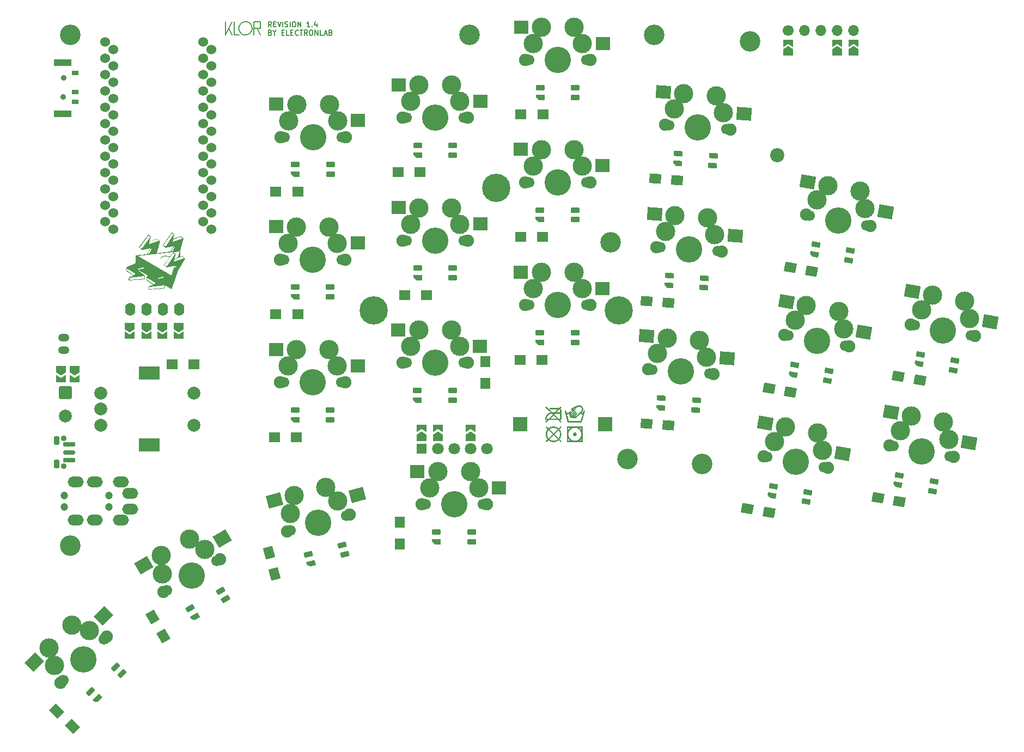
<source format=gts>
G04 #@! TF.GenerationSoftware,KiCad,Pcbnew,8.0.4-8.0.4-0~ubuntu22.04.1*
G04 #@! TF.CreationDate,2024-08-30T00:39:32+02:00*
G04 #@! TF.ProjectId,klor1_4,6b6c6f72-315f-4342-9e6b-696361645f70,v1.4.0*
G04 #@! TF.SameCoordinates,Original*
G04 #@! TF.FileFunction,Soldermask,Top*
G04 #@! TF.FilePolarity,Negative*
%FSLAX46Y46*%
G04 Gerber Fmt 4.6, Leading zero omitted, Abs format (unit mm)*
G04 Created by KiCad (PCBNEW 8.0.4-8.0.4-0~ubuntu22.04.1) date 2024-08-30 00:39:32*
%MOMM*%
%LPD*%
G01*
G04 APERTURE LIST*
G04 Aperture macros list*
%AMRoundRect*
0 Rectangle with rounded corners*
0 $1 Rounding radius*
0 $2 $3 $4 $5 $6 $7 $8 $9 X,Y pos of 4 corners*
0 Add a 4 corners polygon primitive as box body*
4,1,4,$2,$3,$4,$5,$6,$7,$8,$9,$2,$3,0*
0 Add four circle primitives for the rounded corners*
1,1,$1+$1,$2,$3*
1,1,$1+$1,$4,$5*
1,1,$1+$1,$6,$7*
1,1,$1+$1,$8,$9*
0 Add four rect primitives between the rounded corners*
20,1,$1+$1,$2,$3,$4,$5,0*
20,1,$1+$1,$4,$5,$6,$7,0*
20,1,$1+$1,$6,$7,$8,$9,0*
20,1,$1+$1,$8,$9,$2,$3,0*%
%AMRotRect*
0 Rectangle, with rotation*
0 The origin of the aperture is its center*
0 $1 length*
0 $2 width*
0 $3 Rotation angle, in degrees counterclockwise*
0 Add horizontal line*
21,1,$1,$2,0,0,$3*%
%AMFreePoly0*
4,1,6,1.000000,0.000000,0.500000,-0.750000,-0.500000,-0.750000,-0.500000,0.750000,0.500000,0.750000,1.000000,0.000000,1.000000,0.000000,$1*%
%AMFreePoly1*
4,1,6,0.500000,-0.750000,-0.650000,-0.750000,-0.150000,0.000000,-0.650000,0.750000,0.500000,0.750000,0.500000,-0.750000,0.500000,-0.750000,$1*%
%AMFreePoly2*
4,1,18,-0.410000,0.265000,0.000000,0.675000,0.328000,0.675000,0.359380,0.668758,0.385983,0.650983,0.403758,0.624380,0.410000,0.593000,0.410000,-0.593000,0.403758,-0.624380,0.385983,-0.650983,0.359380,-0.668758,0.328000,-0.675000,-0.328000,-0.675000,-0.359380,-0.668758,-0.385983,-0.650983,-0.403758,-0.624380,-0.410000,-0.593000,-0.410000,0.265000,-0.410000,0.265000,$1*%
G04 Aperture macros list end*
%ADD10C,0.150000*%
%ADD11C,0.000001*%
%ADD12C,0.000000*%
%ADD13C,1.200000*%
%ADD14O,2.500000X1.700000*%
%ADD15FreePoly0,270.000000*%
%ADD16FreePoly1,270.000000*%
%ADD17C,1.900000*%
%ADD18C,1.700000*%
%ADD19C,3.000000*%
%ADD20C,4.100000*%
%ADD21RoundRect,0.082000X0.651245X0.187383X0.187383X0.651245X-0.651245X-0.187383X-0.187383X-0.651245X0*%
%ADD22FreePoly2,135.000000*%
%ADD23RotRect,2.300000X2.000000X225.000000*%
%ADD24RoundRect,0.082000X0.593000X-0.328000X0.593000X0.328000X-0.593000X0.328000X-0.593000X-0.328000X0*%
%ADD25FreePoly2,90.000000*%
%ADD26R,2.300000X2.000000*%
%ADD27RoundRect,0.082000X0.568675X-0.368567X0.614436X0.285835X-0.568675X0.368567X-0.614436X-0.285835X0*%
%ADD28FreePoly2,86.000000*%
%ADD29RotRect,2.300000X2.000000X176.000000*%
%ADD30C,3.200000*%
%ADD31RotRect,1.800000X1.500000X350.000000*%
%ADD32R,1.800000X1.500000*%
%ADD33RotRect,1.800000X1.500000X356.000000*%
%ADD34RoundRect,0.082000X0.657687X-0.163344X0.487901X0.470303X-0.657687X0.163344X-0.487901X-0.470303X0*%
%ADD35FreePoly2,105.000000*%
%ADD36RotRect,2.300000X2.000000X195.000000*%
%ADD37FreePoly0,90.000000*%
%ADD38FreePoly1,90.000000*%
%ADD39RoundRect,0.082000X0.527034X-0.425990X0.640948X0.220044X-0.527034X0.425990X-0.640948X-0.220044X0*%
%ADD40FreePoly2,80.000000*%
%ADD41RotRect,2.300000X2.000000X170.000000*%
%ADD42RotRect,1.800000X1.500000X105.000000*%
%ADD43R,2.200000X2.200000*%
%ADD44C,2.200000*%
%ADD45C,2.000000*%
%ADD46R,3.200000X2.000000*%
%ADD47O,1.600000X2.000000*%
%ADD48RotRect,1.800000X1.500000X120.000000*%
%ADD49O,1.750000X1.200000*%
%ADD50C,0.900000*%
%ADD51RoundRect,0.187500X-0.712500X0.187500X-0.712500X-0.187500X0.712500X-0.187500X0.712500X0.187500X0*%
%ADD52RoundRect,0.150000X-0.750000X0.150000X-0.750000X-0.150000X0.750000X-0.150000X0.750000X0.150000X0*%
%ADD53RoundRect,0.225000X-0.225000X0.425000X-0.225000X-0.425000X0.225000X-0.425000X0.225000X0.425000X0*%
%ADD54C,4.400000*%
%ADD55RoundRect,0.082000X0.677553X0.012444X0.349553X0.580556X-0.677553X-0.012444X-0.349553X-0.580556X0*%
%ADD56FreePoly2,120.000000*%
%ADD57RotRect,2.300000X2.000000X210.000000*%
%ADD58RotRect,1.800000X1.500000X135.000000*%
%ADD59R,1.500000X1.800000*%
%ADD60RoundRect,0.142858X-0.857142X0.857142X-0.857142X-0.857142X0.857142X-0.857142X0.857142X0.857142X0*%
%ADD61R,1.000000X0.700000*%
%ADD62R,2.800000X1.000000*%
%ADD63R,1.524000X1.524000*%
%ADD64C,1.800000*%
%ADD65C,1.524000*%
%ADD66O,1.700000X1.700000*%
G04 APERTURE END LIST*
D10*
X107458484Y-53704798D02*
X107458484Y-55795204D01*
X110576959Y-53704797D02*
X110733523Y-53716642D01*
X110882674Y-53751016D01*
X111022668Y-53806175D01*
X111192068Y-53909037D01*
X111337953Y-54041615D01*
X111456190Y-54199774D01*
X111542644Y-54379381D01*
X111584140Y-54525674D01*
X111603689Y-54679961D01*
X111605027Y-54732866D01*
X109548890Y-54732866D02*
X109560735Y-54576301D01*
X109595109Y-54427149D01*
X109650268Y-54287155D01*
X109753130Y-54117755D01*
X109885708Y-53971870D01*
X110043867Y-53853633D01*
X110223474Y-53767179D01*
X110369767Y-53725683D01*
X110524054Y-53706134D01*
X110576959Y-53704797D01*
X108829242Y-53704798D02*
X108829242Y-55760935D01*
D11*
X159631126Y-113639059D02*
X159433632Y-113836542D01*
X159453668Y-113851659D01*
X159472749Y-113867881D01*
X159490827Y-113885157D01*
X159507857Y-113903435D01*
X159523792Y-113922664D01*
X159538585Y-113942791D01*
X159552190Y-113963766D01*
X159564560Y-113985536D01*
X159575649Y-114008050D01*
X159585410Y-114031256D01*
X159593797Y-114055103D01*
X159600763Y-114079539D01*
X159606263Y-114104512D01*
X159610248Y-114129970D01*
X159612674Y-114155863D01*
X159613492Y-114182137D01*
X159613492Y-115557464D01*
X159331358Y-115557464D01*
X159634652Y-115860742D01*
X159542959Y-115952430D01*
X159147970Y-115557464D01*
X158403840Y-115557464D01*
X158403840Y-115426985D01*
X159017483Y-115426985D01*
X158428527Y-114838063D01*
X157839571Y-115426985D01*
X158396787Y-115426985D01*
X158396787Y-115557464D01*
X157709084Y-115557464D01*
X157314096Y-115952430D01*
X157222402Y-115860742D01*
X157525697Y-115557464D01*
X157165975Y-115557464D01*
X157165975Y-115493988D01*
X157167093Y-115445324D01*
X157168116Y-115430511D01*
X157168359Y-115426985D01*
X157296462Y-115426985D01*
X157296462Y-115430511D01*
X157652657Y-115430511D01*
X158333307Y-114749901D01*
X158329780Y-114746374D01*
X158523747Y-114746374D01*
X159200870Y-115426985D01*
X159483005Y-115426985D01*
X159483005Y-114577103D01*
X158693029Y-114577103D01*
X158523747Y-114746374D01*
X158329780Y-114746374D01*
X158164026Y-114580629D01*
X158120980Y-114583618D01*
X158078497Y-114588585D01*
X158036624Y-114595484D01*
X157995406Y-114604268D01*
X157954892Y-114614891D01*
X157915126Y-114627307D01*
X157876156Y-114641469D01*
X157838028Y-114657330D01*
X157800789Y-114674845D01*
X157764485Y-114693966D01*
X157729162Y-114714647D01*
X157694867Y-114736842D01*
X157661647Y-114760503D01*
X157629548Y-114785586D01*
X157598616Y-114812042D01*
X157568898Y-114839826D01*
X157540441Y-114868891D01*
X157513291Y-114899191D01*
X157487495Y-114930678D01*
X157463098Y-114963308D01*
X157440148Y-114997032D01*
X157418691Y-115031805D01*
X157398773Y-115067581D01*
X157380441Y-115104312D01*
X157363742Y-115141952D01*
X157348722Y-115180455D01*
X157335427Y-115219774D01*
X157323904Y-115259863D01*
X157314200Y-115300675D01*
X157306360Y-115342163D01*
X157300432Y-115384282D01*
X157296462Y-115426985D01*
X157168359Y-115426985D01*
X157170413Y-115397227D01*
X157175887Y-115349744D01*
X157183464Y-115302924D01*
X157193094Y-115256818D01*
X157204728Y-115211473D01*
X157218316Y-115166940D01*
X157233809Y-115123267D01*
X157251156Y-115080503D01*
X157270307Y-115038697D01*
X157291215Y-114997898D01*
X157313827Y-114958156D01*
X157338095Y-114919519D01*
X157363969Y-114882037D01*
X157391400Y-114845758D01*
X157420337Y-114810732D01*
X157450731Y-114777008D01*
X157482532Y-114744635D01*
X157515690Y-114713662D01*
X157550156Y-114684137D01*
X157585880Y-114656111D01*
X157622812Y-114629632D01*
X157660903Y-114604749D01*
X157700102Y-114581511D01*
X157708339Y-114577103D01*
X158347413Y-114577103D01*
X158428527Y-114658212D01*
X158509641Y-114577103D01*
X158347413Y-114577103D01*
X157708339Y-114577103D01*
X157740360Y-114559968D01*
X157781628Y-114540168D01*
X157823855Y-114522161D01*
X157866993Y-114505995D01*
X157910990Y-114491720D01*
X157955798Y-114479384D01*
X158001366Y-114469038D01*
X158047645Y-114460729D01*
X158037020Y-114450150D01*
X158819989Y-114450150D01*
X159479478Y-114450150D01*
X159479478Y-114185664D01*
X159479314Y-114175467D01*
X159478824Y-114165378D01*
X159478014Y-114155400D01*
X159476888Y-114145536D01*
X159475453Y-114135792D01*
X159473713Y-114126170D01*
X159471673Y-114116675D01*
X159469339Y-114107310D01*
X159466716Y-114098079D01*
X159463808Y-114088987D01*
X159460621Y-114080037D01*
X159457161Y-114071232D01*
X159453432Y-114062578D01*
X159449439Y-114054077D01*
X159445189Y-114045734D01*
X159440685Y-114037552D01*
X159435933Y-114029535D01*
X159430938Y-114021688D01*
X159425706Y-114014013D01*
X159420241Y-114006516D01*
X159408635Y-113992067D01*
X159396160Y-113978373D01*
X159382860Y-113965464D01*
X159368773Y-113953371D01*
X159353944Y-113942125D01*
X159338411Y-113931757D01*
X158819989Y-114450150D01*
X158037020Y-114450150D01*
X157222402Y-113639059D01*
X157314096Y-113547371D01*
X158216926Y-114446623D01*
X158636601Y-114446623D01*
X159197344Y-113885913D01*
X157895998Y-113885913D01*
X157895998Y-113755433D01*
X159183237Y-113755433D01*
X159191792Y-113755516D01*
X159200265Y-113755764D01*
X159208654Y-113756177D01*
X159216961Y-113756756D01*
X159225185Y-113757500D01*
X159233327Y-113758409D01*
X159241386Y-113759483D01*
X159249362Y-113760723D01*
X159257256Y-113762128D01*
X159265067Y-113763698D01*
X159272796Y-113765434D01*
X159280441Y-113767335D01*
X159288004Y-113769401D01*
X159295485Y-113771633D01*
X159302883Y-113774030D01*
X159310198Y-113776592D01*
X159539432Y-113547371D01*
X159631126Y-113639059D01*
G36*
X159631126Y-113639059D02*
G01*
X159433632Y-113836542D01*
X159453668Y-113851659D01*
X159472749Y-113867881D01*
X159490827Y-113885157D01*
X159507857Y-113903435D01*
X159523792Y-113922664D01*
X159538585Y-113942791D01*
X159552190Y-113963766D01*
X159564560Y-113985536D01*
X159575649Y-114008050D01*
X159585410Y-114031256D01*
X159593797Y-114055103D01*
X159600763Y-114079539D01*
X159606263Y-114104512D01*
X159610248Y-114129970D01*
X159612674Y-114155863D01*
X159613492Y-114182137D01*
X159613492Y-115557464D01*
X159331358Y-115557464D01*
X159634652Y-115860742D01*
X159542959Y-115952430D01*
X159147970Y-115557464D01*
X158403840Y-115557464D01*
X158403840Y-115426985D01*
X159017483Y-115426985D01*
X158428527Y-114838063D01*
X157839571Y-115426985D01*
X158396787Y-115426985D01*
X158396787Y-115557464D01*
X157709084Y-115557464D01*
X157314096Y-115952430D01*
X157222402Y-115860742D01*
X157525697Y-115557464D01*
X157165975Y-115557464D01*
X157165975Y-115493988D01*
X157167093Y-115445324D01*
X157168116Y-115430511D01*
X157168359Y-115426985D01*
X157296462Y-115426985D01*
X157296462Y-115430511D01*
X157652657Y-115430511D01*
X158333307Y-114749901D01*
X158329780Y-114746374D01*
X158523747Y-114746374D01*
X159200870Y-115426985D01*
X159483005Y-115426985D01*
X159483005Y-114577103D01*
X158693029Y-114577103D01*
X158523747Y-114746374D01*
X158329780Y-114746374D01*
X158164026Y-114580629D01*
X158120980Y-114583618D01*
X158078497Y-114588585D01*
X158036624Y-114595484D01*
X157995406Y-114604268D01*
X157954892Y-114614891D01*
X157915126Y-114627307D01*
X157876156Y-114641469D01*
X157838028Y-114657330D01*
X157800789Y-114674845D01*
X157764485Y-114693966D01*
X157729162Y-114714647D01*
X157694867Y-114736842D01*
X157661647Y-114760503D01*
X157629548Y-114785586D01*
X157598616Y-114812042D01*
X157568898Y-114839826D01*
X157540441Y-114868891D01*
X157513291Y-114899191D01*
X157487495Y-114930678D01*
X157463098Y-114963308D01*
X157440148Y-114997032D01*
X157418691Y-115031805D01*
X157398773Y-115067581D01*
X157380441Y-115104312D01*
X157363742Y-115141952D01*
X157348722Y-115180455D01*
X157335427Y-115219774D01*
X157323904Y-115259863D01*
X157314200Y-115300675D01*
X157306360Y-115342163D01*
X157300432Y-115384282D01*
X157296462Y-115426985D01*
X157168359Y-115426985D01*
X157170413Y-115397227D01*
X157175887Y-115349744D01*
X157183464Y-115302924D01*
X157193094Y-115256818D01*
X157204728Y-115211473D01*
X157218316Y-115166940D01*
X157233809Y-115123267D01*
X157251156Y-115080503D01*
X157270307Y-115038697D01*
X157291215Y-114997898D01*
X157313827Y-114958156D01*
X157338095Y-114919519D01*
X157363969Y-114882037D01*
X157391400Y-114845758D01*
X157420337Y-114810732D01*
X157450731Y-114777008D01*
X157482532Y-114744635D01*
X157515690Y-114713662D01*
X157550156Y-114684137D01*
X157585880Y-114656111D01*
X157622812Y-114629632D01*
X157660903Y-114604749D01*
X157700102Y-114581511D01*
X157708339Y-114577103D01*
X158347413Y-114577103D01*
X158428527Y-114658212D01*
X158509641Y-114577103D01*
X158347413Y-114577103D01*
X157708339Y-114577103D01*
X157740360Y-114559968D01*
X157781628Y-114540168D01*
X157823855Y-114522161D01*
X157866993Y-114505995D01*
X157910990Y-114491720D01*
X157955798Y-114479384D01*
X158001366Y-114469038D01*
X158047645Y-114460729D01*
X158037020Y-114450150D01*
X158819989Y-114450150D01*
X159479478Y-114450150D01*
X159479478Y-114185664D01*
X159479314Y-114175467D01*
X159478824Y-114165378D01*
X159478014Y-114155400D01*
X159476888Y-114145536D01*
X159475453Y-114135792D01*
X159473713Y-114126170D01*
X159471673Y-114116675D01*
X159469339Y-114107310D01*
X159466716Y-114098079D01*
X159463808Y-114088987D01*
X159460621Y-114080037D01*
X159457161Y-114071232D01*
X159453432Y-114062578D01*
X159449439Y-114054077D01*
X159445189Y-114045734D01*
X159440685Y-114037552D01*
X159435933Y-114029535D01*
X159430938Y-114021688D01*
X159425706Y-114014013D01*
X159420241Y-114006516D01*
X159408635Y-113992067D01*
X159396160Y-113978373D01*
X159382860Y-113965464D01*
X159368773Y-113953371D01*
X159353944Y-113942125D01*
X159338411Y-113931757D01*
X158819989Y-114450150D01*
X158037020Y-114450150D01*
X157222402Y-113639059D01*
X157314096Y-113547371D01*
X158216926Y-114446623D01*
X158636601Y-114446623D01*
X159197344Y-113885913D01*
X157895998Y-113885913D01*
X157895998Y-113755433D01*
X159183237Y-113755433D01*
X159191792Y-113755516D01*
X159200265Y-113755764D01*
X159208654Y-113756177D01*
X159216961Y-113756756D01*
X159225185Y-113757500D01*
X159233327Y-113758409D01*
X159241386Y-113759483D01*
X159249362Y-113760723D01*
X159257256Y-113762128D01*
X159265067Y-113763698D01*
X159272796Y-113765434D01*
X159280441Y-113767335D01*
X159288004Y-113769401D01*
X159295485Y-113771633D01*
X159302883Y-113774030D01*
X159310198Y-113776592D01*
X159539432Y-113547371D01*
X159631126Y-113639059D01*
G37*
D10*
X112907248Y-54767135D02*
X111913449Y-54767135D01*
D12*
G36*
X99560346Y-86763412D02*
G01*
X98161230Y-88835100D01*
X97707734Y-88407533D01*
X97715879Y-88396420D01*
X97828384Y-88396420D01*
X98145884Y-88695929D01*
X99441284Y-86777700D01*
X99185167Y-86545395D01*
X97828384Y-88396420D01*
X97715879Y-88396420D01*
X99171409Y-86410458D01*
X99560346Y-86763412D01*
G37*
D11*
X163187462Y-114185720D02*
X163186020Y-114185664D01*
X163189548Y-114185664D01*
X163187462Y-114185720D01*
G36*
X163187462Y-114185720D02*
G01*
X163186020Y-114185664D01*
X163189548Y-114185664D01*
X163187462Y-114185720D01*
G37*
D10*
X107458484Y-55795204D02*
X108486553Y-53704798D01*
X111879180Y-55795204D02*
X111879180Y-54767135D01*
D11*
X159631126Y-116710623D02*
X159299617Y-117042112D01*
X159333786Y-117081278D01*
X159366163Y-117122030D01*
X159396690Y-117164300D01*
X159425311Y-117208022D01*
X159451968Y-117253129D01*
X159476606Y-117299552D01*
X159499167Y-117347226D01*
X159519594Y-117396083D01*
X159537831Y-117446055D01*
X159553821Y-117497076D01*
X159567507Y-117549079D01*
X159578831Y-117601996D01*
X159587739Y-117655760D01*
X159594171Y-117710305D01*
X159598072Y-117765562D01*
X159599385Y-117821464D01*
X159598072Y-117877328D01*
X159594171Y-117932480D01*
X159587739Y-117986866D01*
X159578831Y-118040437D01*
X159567507Y-118093139D01*
X159553821Y-118144922D01*
X159537831Y-118195734D01*
X159519594Y-118245524D01*
X159499167Y-118294238D01*
X159476606Y-118341827D01*
X159451968Y-118388238D01*
X159425311Y-118433419D01*
X159396690Y-118477319D01*
X159366163Y-118519887D01*
X159333786Y-118561070D01*
X159299617Y-118600817D01*
X159631126Y-118932305D01*
X159539432Y-119023994D01*
X159207924Y-118692505D01*
X159168756Y-118726672D01*
X159128002Y-118759047D01*
X159085729Y-118789572D01*
X159042004Y-118818191D01*
X158996895Y-118844847D01*
X158950469Y-118869484D01*
X158902793Y-118892043D01*
X158853933Y-118912469D01*
X158803958Y-118930705D01*
X158752934Y-118946694D01*
X158700928Y-118960379D01*
X158648008Y-118971703D01*
X158594241Y-118980610D01*
X158539693Y-118987042D01*
X158484433Y-118990943D01*
X158428527Y-118992256D01*
X158372660Y-118990943D01*
X158317506Y-118987042D01*
X158263116Y-118980610D01*
X158209542Y-118971703D01*
X158156837Y-118960379D01*
X158105050Y-118946694D01*
X158054236Y-118930705D01*
X158004444Y-118912469D01*
X157955726Y-118892043D01*
X157908135Y-118869483D01*
X157861721Y-118844847D01*
X157816538Y-118818191D01*
X157772635Y-118789572D01*
X157730065Y-118759047D01*
X157688880Y-118726672D01*
X157649130Y-118692505D01*
X157317622Y-119023994D01*
X157225929Y-118932305D01*
X157557437Y-118600817D01*
X157740824Y-118600817D01*
X157775863Y-118630480D01*
X157812177Y-118658604D01*
X157849722Y-118685137D01*
X157888449Y-118710027D01*
X157928313Y-118733223D01*
X157969266Y-118754673D01*
X158011264Y-118774325D01*
X158054258Y-118792128D01*
X158098203Y-118808030D01*
X158143052Y-118821979D01*
X158188758Y-118833924D01*
X158235276Y-118843813D01*
X158282558Y-118851595D01*
X158330558Y-118857217D01*
X158379230Y-118860628D01*
X158428527Y-118861776D01*
X158432054Y-118861776D01*
X158480770Y-118860628D01*
X158529010Y-118857217D01*
X158576713Y-118851595D01*
X158623817Y-118843813D01*
X158670260Y-118833924D01*
X158715979Y-118821979D01*
X158760913Y-118808030D01*
X158805000Y-118792128D01*
X158848178Y-118774325D01*
X158890385Y-118754673D01*
X158931558Y-118733223D01*
X158971636Y-118710027D01*
X159010557Y-118685137D01*
X159048259Y-118658604D01*
X159084679Y-118630480D01*
X159119757Y-118600817D01*
X158428527Y-117913153D01*
X157740824Y-118600817D01*
X157557437Y-118600817D01*
X157523268Y-118561651D01*
X157490891Y-118520899D01*
X157460364Y-118478629D01*
X157431744Y-118434907D01*
X157405086Y-118389800D01*
X157380448Y-118343377D01*
X157357887Y-118295703D01*
X157337460Y-118246846D01*
X157319223Y-118196874D01*
X157303233Y-118145852D01*
X157289547Y-118093850D01*
X157278223Y-118040933D01*
X157269316Y-117987169D01*
X157262883Y-117932624D01*
X157258982Y-117877367D01*
X157257669Y-117821465D01*
X157388156Y-117821465D01*
X157389305Y-117870178D01*
X157392716Y-117918415D01*
X157398338Y-117966116D01*
X157406120Y-118013217D01*
X157416010Y-118059657D01*
X157427955Y-118105374D01*
X157441905Y-118150305D01*
X157457808Y-118194390D01*
X157475612Y-118237565D01*
X157495265Y-118279769D01*
X157516716Y-118320940D01*
X157539913Y-118361016D01*
X157564805Y-118399935D01*
X157591340Y-118437634D01*
X157619465Y-118474053D01*
X157649130Y-118509128D01*
X158336834Y-117821465D01*
X158333307Y-117817938D01*
X158520221Y-117817938D01*
X159211451Y-118509128D01*
X159241116Y-118473471D01*
X159269241Y-118436615D01*
X159295776Y-118398602D01*
X159320668Y-118359473D01*
X159343865Y-118319270D01*
X159365316Y-118278034D01*
X159384969Y-118235805D01*
X159402773Y-118192627D01*
X159418676Y-118148539D01*
X159432626Y-118103583D01*
X159444571Y-118057801D01*
X159454461Y-118011233D01*
X159462243Y-117963922D01*
X159467865Y-117915908D01*
X159471276Y-117867233D01*
X159472425Y-117817938D01*
X159472425Y-117814412D01*
X159471276Y-117765699D01*
X159467865Y-117717461D01*
X159462243Y-117669761D01*
X159454461Y-117622659D01*
X159444571Y-117576219D01*
X159432626Y-117530503D01*
X159418676Y-117485571D01*
X159402773Y-117441487D01*
X159384969Y-117398311D01*
X159365316Y-117356107D01*
X159343865Y-117314936D01*
X159320668Y-117274860D01*
X159295776Y-117235942D01*
X159269241Y-117198242D01*
X159241116Y-117161823D01*
X159211451Y-117126748D01*
X158520221Y-117817938D01*
X158333307Y-117817938D01*
X157649130Y-117133801D01*
X157619465Y-117168876D01*
X157591340Y-117205295D01*
X157564805Y-117242995D01*
X157539913Y-117281913D01*
X157516716Y-117321989D01*
X157495265Y-117363160D01*
X157475612Y-117405364D01*
X157457808Y-117448539D01*
X157441905Y-117492624D01*
X157427955Y-117537556D01*
X157416010Y-117583272D01*
X157406120Y-117629712D01*
X157398338Y-117676814D01*
X157392716Y-117724514D01*
X157389305Y-117772752D01*
X157388156Y-117821465D01*
X157257669Y-117821465D01*
X157257669Y-117821464D01*
X157258982Y-117765600D01*
X157262883Y-117710449D01*
X157269316Y-117656063D01*
X157278223Y-117602492D01*
X157289547Y-117549789D01*
X157303233Y-117498006D01*
X157319223Y-117447194D01*
X157337460Y-117397405D01*
X157357887Y-117348690D01*
X157380448Y-117301102D01*
X157405086Y-117254691D01*
X157431744Y-117209510D01*
X157460364Y-117165610D01*
X157490891Y-117123042D01*
X157523268Y-117081859D01*
X157557437Y-117042112D01*
X157553910Y-117038586D01*
X157737297Y-117038586D01*
X158425000Y-117726249D01*
X159116230Y-117038586D01*
X159081191Y-117008922D01*
X159044877Y-116980798D01*
X159007333Y-116954265D01*
X158968605Y-116929375D01*
X158928742Y-116906179D01*
X158887788Y-116884729D01*
X158845791Y-116865077D01*
X158802796Y-116847274D01*
X158758851Y-116831372D01*
X158714002Y-116817423D01*
X158668296Y-116805478D01*
X158621778Y-116795589D01*
X158574496Y-116787808D01*
X158526496Y-116782186D01*
X158477824Y-116778775D01*
X158428527Y-116777626D01*
X158379190Y-116778775D01*
X158330407Y-116782186D01*
X158282233Y-116787808D01*
X158234725Y-116795589D01*
X158187940Y-116805478D01*
X158141936Y-116817423D01*
X158096768Y-116831372D01*
X158052495Y-116847274D01*
X158009171Y-116865077D01*
X157966855Y-116884729D01*
X157925604Y-116906179D01*
X157885473Y-116929375D01*
X157846520Y-116954265D01*
X157808802Y-116980798D01*
X157772376Y-117008922D01*
X157737297Y-117038586D01*
X157553910Y-117038586D01*
X157225929Y-116710623D01*
X157317622Y-116618935D01*
X157649130Y-116950424D01*
X157688298Y-116916257D01*
X157729052Y-116883882D01*
X157771325Y-116853357D01*
X157815050Y-116824738D01*
X157860159Y-116798082D01*
X157906585Y-116773445D01*
X157954262Y-116750886D01*
X158003121Y-116730459D01*
X158053097Y-116712223D01*
X158104121Y-116696235D01*
X158156126Y-116682550D01*
X158209046Y-116671226D01*
X158262814Y-116662319D01*
X158317361Y-116655887D01*
X158372621Y-116651986D01*
X158428527Y-116650673D01*
X158484394Y-116651986D01*
X158539549Y-116655887D01*
X158593938Y-116662319D01*
X158647512Y-116671226D01*
X158700218Y-116682550D01*
X158752004Y-116696235D01*
X158802819Y-116712224D01*
X158852611Y-116730460D01*
X158901328Y-116750886D01*
X158948919Y-116773445D01*
X158995333Y-116798082D01*
X159040517Y-116824738D01*
X159084419Y-116853357D01*
X159126989Y-116883882D01*
X159168175Y-116916257D01*
X159207924Y-116950424D01*
X159539432Y-116618935D01*
X159631126Y-116710623D01*
G36*
X159631126Y-116710623D02*
G01*
X159299617Y-117042112D01*
X159333786Y-117081278D01*
X159366163Y-117122030D01*
X159396690Y-117164300D01*
X159425311Y-117208022D01*
X159451968Y-117253129D01*
X159476606Y-117299552D01*
X159499167Y-117347226D01*
X159519594Y-117396083D01*
X159537831Y-117446055D01*
X159553821Y-117497076D01*
X159567507Y-117549079D01*
X159578831Y-117601996D01*
X159587739Y-117655760D01*
X159594171Y-117710305D01*
X159598072Y-117765562D01*
X159599385Y-117821464D01*
X159598072Y-117877328D01*
X159594171Y-117932480D01*
X159587739Y-117986866D01*
X159578831Y-118040437D01*
X159567507Y-118093139D01*
X159553821Y-118144922D01*
X159537831Y-118195734D01*
X159519594Y-118245524D01*
X159499167Y-118294238D01*
X159476606Y-118341827D01*
X159451968Y-118388238D01*
X159425311Y-118433419D01*
X159396690Y-118477319D01*
X159366163Y-118519887D01*
X159333786Y-118561070D01*
X159299617Y-118600817D01*
X159631126Y-118932305D01*
X159539432Y-119023994D01*
X159207924Y-118692505D01*
X159168756Y-118726672D01*
X159128002Y-118759047D01*
X159085729Y-118789572D01*
X159042004Y-118818191D01*
X158996895Y-118844847D01*
X158950469Y-118869484D01*
X158902793Y-118892043D01*
X158853933Y-118912469D01*
X158803958Y-118930705D01*
X158752934Y-118946694D01*
X158700928Y-118960379D01*
X158648008Y-118971703D01*
X158594241Y-118980610D01*
X158539693Y-118987042D01*
X158484433Y-118990943D01*
X158428527Y-118992256D01*
X158372660Y-118990943D01*
X158317506Y-118987042D01*
X158263116Y-118980610D01*
X158209542Y-118971703D01*
X158156837Y-118960379D01*
X158105050Y-118946694D01*
X158054236Y-118930705D01*
X158004444Y-118912469D01*
X157955726Y-118892043D01*
X157908135Y-118869483D01*
X157861721Y-118844847D01*
X157816538Y-118818191D01*
X157772635Y-118789572D01*
X157730065Y-118759047D01*
X157688880Y-118726672D01*
X157649130Y-118692505D01*
X157317622Y-119023994D01*
X157225929Y-118932305D01*
X157557437Y-118600817D01*
X157740824Y-118600817D01*
X157775863Y-118630480D01*
X157812177Y-118658604D01*
X157849722Y-118685137D01*
X157888449Y-118710027D01*
X157928313Y-118733223D01*
X157969266Y-118754673D01*
X158011264Y-118774325D01*
X158054258Y-118792128D01*
X158098203Y-118808030D01*
X158143052Y-118821979D01*
X158188758Y-118833924D01*
X158235276Y-118843813D01*
X158282558Y-118851595D01*
X158330558Y-118857217D01*
X158379230Y-118860628D01*
X158428527Y-118861776D01*
X158432054Y-118861776D01*
X158480770Y-118860628D01*
X158529010Y-118857217D01*
X158576713Y-118851595D01*
X158623817Y-118843813D01*
X158670260Y-118833924D01*
X158715979Y-118821979D01*
X158760913Y-118808030D01*
X158805000Y-118792128D01*
X158848178Y-118774325D01*
X158890385Y-118754673D01*
X158931558Y-118733223D01*
X158971636Y-118710027D01*
X159010557Y-118685137D01*
X159048259Y-118658604D01*
X159084679Y-118630480D01*
X159119757Y-118600817D01*
X158428527Y-117913153D01*
X157740824Y-118600817D01*
X157557437Y-118600817D01*
X157523268Y-118561651D01*
X157490891Y-118520899D01*
X157460364Y-118478629D01*
X157431744Y-118434907D01*
X157405086Y-118389800D01*
X157380448Y-118343377D01*
X157357887Y-118295703D01*
X157337460Y-118246846D01*
X157319223Y-118196874D01*
X157303233Y-118145852D01*
X157289547Y-118093850D01*
X157278223Y-118040933D01*
X157269316Y-117987169D01*
X157262883Y-117932624D01*
X157258982Y-117877367D01*
X157257669Y-117821465D01*
X157388156Y-117821465D01*
X157389305Y-117870178D01*
X157392716Y-117918415D01*
X157398338Y-117966116D01*
X157406120Y-118013217D01*
X157416010Y-118059657D01*
X157427955Y-118105374D01*
X157441905Y-118150305D01*
X157457808Y-118194390D01*
X157475612Y-118237565D01*
X157495265Y-118279769D01*
X157516716Y-118320940D01*
X157539913Y-118361016D01*
X157564805Y-118399935D01*
X157591340Y-118437634D01*
X157619465Y-118474053D01*
X157649130Y-118509128D01*
X158336834Y-117821465D01*
X158333307Y-117817938D01*
X158520221Y-117817938D01*
X159211451Y-118509128D01*
X159241116Y-118473471D01*
X159269241Y-118436615D01*
X159295776Y-118398602D01*
X159320668Y-118359473D01*
X159343865Y-118319270D01*
X159365316Y-118278034D01*
X159384969Y-118235805D01*
X159402773Y-118192627D01*
X159418676Y-118148539D01*
X159432626Y-118103583D01*
X159444571Y-118057801D01*
X159454461Y-118011233D01*
X159462243Y-117963922D01*
X159467865Y-117915908D01*
X159471276Y-117867233D01*
X159472425Y-117817938D01*
X159472425Y-117814412D01*
X159471276Y-117765699D01*
X159467865Y-117717461D01*
X159462243Y-117669761D01*
X159454461Y-117622659D01*
X159444571Y-117576219D01*
X159432626Y-117530503D01*
X159418676Y-117485571D01*
X159402773Y-117441487D01*
X159384969Y-117398311D01*
X159365316Y-117356107D01*
X159343865Y-117314936D01*
X159320668Y-117274860D01*
X159295776Y-117235942D01*
X159269241Y-117198242D01*
X159241116Y-117161823D01*
X159211451Y-117126748D01*
X158520221Y-117817938D01*
X158333307Y-117817938D01*
X157649130Y-117133801D01*
X157619465Y-117168876D01*
X157591340Y-117205295D01*
X157564805Y-117242995D01*
X157539913Y-117281913D01*
X157516716Y-117321989D01*
X157495265Y-117363160D01*
X157475612Y-117405364D01*
X157457808Y-117448539D01*
X157441905Y-117492624D01*
X157427955Y-117537556D01*
X157416010Y-117583272D01*
X157406120Y-117629712D01*
X157398338Y-117676814D01*
X157392716Y-117724514D01*
X157389305Y-117772752D01*
X157388156Y-117821465D01*
X157257669Y-117821465D01*
X157257669Y-117821464D01*
X157258982Y-117765600D01*
X157262883Y-117710449D01*
X157269316Y-117656063D01*
X157278223Y-117602492D01*
X157289547Y-117549789D01*
X157303233Y-117498006D01*
X157319223Y-117447194D01*
X157337460Y-117397405D01*
X157357887Y-117348690D01*
X157380448Y-117301102D01*
X157405086Y-117254691D01*
X157431744Y-117209510D01*
X157460364Y-117165610D01*
X157490891Y-117123042D01*
X157523268Y-117081859D01*
X157557437Y-117042112D01*
X157553910Y-117038586D01*
X157737297Y-117038586D01*
X158425000Y-117726249D01*
X159116230Y-117038586D01*
X159081191Y-117008922D01*
X159044877Y-116980798D01*
X159007333Y-116954265D01*
X158968605Y-116929375D01*
X158928742Y-116906179D01*
X158887788Y-116884729D01*
X158845791Y-116865077D01*
X158802796Y-116847274D01*
X158758851Y-116831372D01*
X158714002Y-116817423D01*
X158668296Y-116805478D01*
X158621778Y-116795589D01*
X158574496Y-116787808D01*
X158526496Y-116782186D01*
X158477824Y-116778775D01*
X158428527Y-116777626D01*
X158379190Y-116778775D01*
X158330407Y-116782186D01*
X158282233Y-116787808D01*
X158234725Y-116795589D01*
X158187940Y-116805478D01*
X158141936Y-116817423D01*
X158096768Y-116831372D01*
X158052495Y-116847274D01*
X158009171Y-116865077D01*
X157966855Y-116884729D01*
X157925604Y-116906179D01*
X157885473Y-116929375D01*
X157846520Y-116954265D01*
X157808802Y-116980798D01*
X157772376Y-117008922D01*
X157737297Y-117038586D01*
X157553910Y-117038586D01*
X157225929Y-116710623D01*
X157317622Y-116618935D01*
X157649130Y-116950424D01*
X157688298Y-116916257D01*
X157729052Y-116883882D01*
X157771325Y-116853357D01*
X157815050Y-116824738D01*
X157860159Y-116798082D01*
X157906585Y-116773445D01*
X157954262Y-116750886D01*
X158003121Y-116730459D01*
X158053097Y-116712223D01*
X158104121Y-116696235D01*
X158156126Y-116682550D01*
X158209046Y-116671226D01*
X158262814Y-116662319D01*
X158317361Y-116655887D01*
X158372621Y-116651986D01*
X158428527Y-116650673D01*
X158484394Y-116651986D01*
X158539549Y-116655887D01*
X158593938Y-116662319D01*
X158647512Y-116671226D01*
X158700218Y-116682550D01*
X158752004Y-116696235D01*
X158802819Y-116712224D01*
X158852611Y-116730460D01*
X158901328Y-116750886D01*
X158948919Y-116773445D01*
X158995333Y-116798082D01*
X159040517Y-116824738D01*
X159084419Y-116853357D01*
X159126989Y-116883882D01*
X159168175Y-116916257D01*
X159207924Y-116950424D01*
X159539432Y-116618935D01*
X159631126Y-116710623D01*
G37*
D10*
X111605027Y-54732866D02*
X111593181Y-54889430D01*
X111558807Y-55038581D01*
X111503648Y-55178575D01*
X111400786Y-55347975D01*
X111268208Y-55493860D01*
X111110049Y-55612097D01*
X110930443Y-55698551D01*
X110784150Y-55740047D01*
X110629863Y-55759596D01*
X110576959Y-55760934D01*
X108486554Y-55795204D02*
X107972519Y-54732866D01*
X108829242Y-55760935D02*
X109617428Y-55760935D01*
D11*
X162910940Y-118995782D02*
X160565696Y-118995782D01*
X160565696Y-118865302D01*
X160692657Y-118865302D01*
X161204026Y-118865302D01*
X161163489Y-118843365D01*
X161123904Y-118819899D01*
X161085310Y-118794945D01*
X161047750Y-118768545D01*
X161011264Y-118740739D01*
X160975893Y-118711570D01*
X160941681Y-118681078D01*
X160908666Y-118649306D01*
X160876892Y-118616293D01*
X160846398Y-118582082D01*
X160817227Y-118546714D01*
X160789420Y-118510230D01*
X160763018Y-118472672D01*
X160738063Y-118434080D01*
X160714595Y-118394497D01*
X160692657Y-118353963D01*
X160692657Y-118865302D01*
X160565696Y-118865302D01*
X160565696Y-118353963D01*
X160565696Y-117821464D01*
X160692657Y-117821464D01*
X160694020Y-117875032D01*
X160698065Y-117927914D01*
X160704725Y-117980043D01*
X160713934Y-118031352D01*
X160725625Y-118081775D01*
X160739732Y-118131246D01*
X160756189Y-118179698D01*
X160774928Y-118227065D01*
X160795883Y-118273279D01*
X160818988Y-118318275D01*
X160844176Y-118361986D01*
X160871381Y-118404346D01*
X160900536Y-118445288D01*
X160931575Y-118484745D01*
X160964431Y-118522651D01*
X160999037Y-118558940D01*
X161035328Y-118593544D01*
X161073236Y-118626398D01*
X161112696Y-118657435D01*
X161153640Y-118686588D01*
X161196002Y-118713792D01*
X161239715Y-118738979D01*
X161284714Y-118762082D01*
X161330931Y-118783036D01*
X161378301Y-118801774D01*
X161426755Y-118818230D01*
X161476229Y-118832336D01*
X161526655Y-118844026D01*
X161577968Y-118853235D01*
X161630099Y-118859895D01*
X161682984Y-118863939D01*
X161736555Y-118865302D01*
X162269084Y-118865302D01*
X162780453Y-118865302D01*
X162780453Y-118353963D01*
X162758514Y-118394497D01*
X162735047Y-118434080D01*
X162710091Y-118472672D01*
X162683689Y-118510230D01*
X162655882Y-118546714D01*
X162626711Y-118582082D01*
X162596218Y-118616293D01*
X162564443Y-118649306D01*
X162531429Y-118681078D01*
X162497216Y-118711570D01*
X162461846Y-118740739D01*
X162425360Y-118768545D01*
X162387799Y-118794945D01*
X162349206Y-118819899D01*
X162309620Y-118843365D01*
X162269084Y-118865302D01*
X161736555Y-118865302D01*
X161790126Y-118863939D01*
X161843011Y-118859895D01*
X161895142Y-118853235D01*
X161946455Y-118844026D01*
X161996881Y-118832336D01*
X162046355Y-118818230D01*
X162094809Y-118801774D01*
X162142178Y-118783036D01*
X162188396Y-118762082D01*
X162233394Y-118738979D01*
X162277108Y-118713792D01*
X162319470Y-118686588D01*
X162360414Y-118657435D01*
X162399873Y-118626398D01*
X162437782Y-118593544D01*
X162474072Y-118558940D01*
X162508679Y-118522651D01*
X162541535Y-118484745D01*
X162572573Y-118445288D01*
X162601728Y-118404346D01*
X162628933Y-118361986D01*
X162654122Y-118318275D01*
X162677227Y-118273279D01*
X162698182Y-118227065D01*
X162716921Y-118179698D01*
X162733377Y-118131246D01*
X162747484Y-118081775D01*
X162759175Y-118031352D01*
X162768384Y-117980043D01*
X162775045Y-117927914D01*
X162779090Y-117875032D01*
X162780453Y-117821464D01*
X162779090Y-117767896D01*
X162775045Y-117715015D01*
X162768384Y-117662886D01*
X162759175Y-117611577D01*
X162747484Y-117561154D01*
X162733377Y-117511683D01*
X162716921Y-117463231D01*
X162698182Y-117415864D01*
X162677227Y-117369650D01*
X162654122Y-117324653D01*
X162628933Y-117280942D01*
X162601728Y-117238583D01*
X162572573Y-117197641D01*
X162541535Y-117158184D01*
X162508679Y-117120278D01*
X162474072Y-117083989D01*
X162437782Y-117049385D01*
X162399873Y-117016531D01*
X162360414Y-116985494D01*
X162319470Y-116956340D01*
X162277108Y-116929137D01*
X162233394Y-116903950D01*
X162188396Y-116880847D01*
X162142178Y-116859893D01*
X162094809Y-116841155D01*
X162046355Y-116824699D01*
X161996881Y-116810593D01*
X161946455Y-116798902D01*
X161895142Y-116789694D01*
X161843011Y-116783034D01*
X161790126Y-116778989D01*
X161736555Y-116777626D01*
X162269084Y-116777626D01*
X162309620Y-116799564D01*
X162349206Y-116823030D01*
X162387799Y-116847984D01*
X162425360Y-116874384D01*
X162461846Y-116902189D01*
X162497216Y-116931359D01*
X162531429Y-116961850D01*
X162564443Y-116993623D01*
X162596218Y-117026636D01*
X162626711Y-117060847D01*
X162655882Y-117096215D01*
X162683689Y-117132699D01*
X162710091Y-117170257D01*
X162735047Y-117208849D01*
X162758514Y-117248432D01*
X162780453Y-117288966D01*
X162780453Y-116777626D01*
X162269084Y-116777626D01*
X161736555Y-116777626D01*
X161682984Y-116778989D01*
X161630099Y-116783034D01*
X161577968Y-116789694D01*
X161526655Y-116798902D01*
X161476229Y-116810593D01*
X161426755Y-116824699D01*
X161378301Y-116841155D01*
X161330931Y-116859893D01*
X161284714Y-116880847D01*
X161239715Y-116903950D01*
X161196002Y-116929137D01*
X161153640Y-116956340D01*
X161112696Y-116985494D01*
X161073236Y-117016531D01*
X161035328Y-117049385D01*
X160999037Y-117083989D01*
X160964431Y-117120278D01*
X160931575Y-117158184D01*
X160900536Y-117197641D01*
X160871381Y-117238583D01*
X160844176Y-117280942D01*
X160818988Y-117324653D01*
X160795883Y-117369650D01*
X160774928Y-117415864D01*
X160756189Y-117463231D01*
X160739732Y-117511683D01*
X160725625Y-117561154D01*
X160713934Y-117611577D01*
X160704725Y-117662886D01*
X160698065Y-117715015D01*
X160694020Y-117767896D01*
X160692657Y-117821464D01*
X160565696Y-117821464D01*
X160565696Y-117288966D01*
X160565696Y-116777626D01*
X160692657Y-116777626D01*
X160692657Y-117288966D01*
X160714595Y-117248432D01*
X160738063Y-117208849D01*
X160763018Y-117170257D01*
X160789420Y-117132699D01*
X160817227Y-117096215D01*
X160846398Y-117060847D01*
X160876892Y-117026636D01*
X160908666Y-116993623D01*
X160941681Y-116961850D01*
X160975893Y-116931359D01*
X161011264Y-116902189D01*
X161047750Y-116874384D01*
X161085310Y-116847984D01*
X161123904Y-116823030D01*
X161163489Y-116799564D01*
X161204026Y-116777626D01*
X160692657Y-116777626D01*
X160565696Y-116777626D01*
X160565696Y-116650673D01*
X162910940Y-116650673D01*
X162910940Y-118995782D01*
G36*
X162910940Y-118995782D02*
G01*
X160565696Y-118995782D01*
X160565696Y-118865302D01*
X160692657Y-118865302D01*
X161204026Y-118865302D01*
X161163489Y-118843365D01*
X161123904Y-118819899D01*
X161085310Y-118794945D01*
X161047750Y-118768545D01*
X161011264Y-118740739D01*
X160975893Y-118711570D01*
X160941681Y-118681078D01*
X160908666Y-118649306D01*
X160876892Y-118616293D01*
X160846398Y-118582082D01*
X160817227Y-118546714D01*
X160789420Y-118510230D01*
X160763018Y-118472672D01*
X160738063Y-118434080D01*
X160714595Y-118394497D01*
X160692657Y-118353963D01*
X160692657Y-118865302D01*
X160565696Y-118865302D01*
X160565696Y-118353963D01*
X160565696Y-117821464D01*
X160692657Y-117821464D01*
X160694020Y-117875032D01*
X160698065Y-117927914D01*
X160704725Y-117980043D01*
X160713934Y-118031352D01*
X160725625Y-118081775D01*
X160739732Y-118131246D01*
X160756189Y-118179698D01*
X160774928Y-118227065D01*
X160795883Y-118273279D01*
X160818988Y-118318275D01*
X160844176Y-118361986D01*
X160871381Y-118404346D01*
X160900536Y-118445288D01*
X160931575Y-118484745D01*
X160964431Y-118522651D01*
X160999037Y-118558940D01*
X161035328Y-118593544D01*
X161073236Y-118626398D01*
X161112696Y-118657435D01*
X161153640Y-118686588D01*
X161196002Y-118713792D01*
X161239715Y-118738979D01*
X161284714Y-118762082D01*
X161330931Y-118783036D01*
X161378301Y-118801774D01*
X161426755Y-118818230D01*
X161476229Y-118832336D01*
X161526655Y-118844026D01*
X161577968Y-118853235D01*
X161630099Y-118859895D01*
X161682984Y-118863939D01*
X161736555Y-118865302D01*
X162269084Y-118865302D01*
X162780453Y-118865302D01*
X162780453Y-118353963D01*
X162758514Y-118394497D01*
X162735047Y-118434080D01*
X162710091Y-118472672D01*
X162683689Y-118510230D01*
X162655882Y-118546714D01*
X162626711Y-118582082D01*
X162596218Y-118616293D01*
X162564443Y-118649306D01*
X162531429Y-118681078D01*
X162497216Y-118711570D01*
X162461846Y-118740739D01*
X162425360Y-118768545D01*
X162387799Y-118794945D01*
X162349206Y-118819899D01*
X162309620Y-118843365D01*
X162269084Y-118865302D01*
X161736555Y-118865302D01*
X161790126Y-118863939D01*
X161843011Y-118859895D01*
X161895142Y-118853235D01*
X161946455Y-118844026D01*
X161996881Y-118832336D01*
X162046355Y-118818230D01*
X162094809Y-118801774D01*
X162142178Y-118783036D01*
X162188396Y-118762082D01*
X162233394Y-118738979D01*
X162277108Y-118713792D01*
X162319470Y-118686588D01*
X162360414Y-118657435D01*
X162399873Y-118626398D01*
X162437782Y-118593544D01*
X162474072Y-118558940D01*
X162508679Y-118522651D01*
X162541535Y-118484745D01*
X162572573Y-118445288D01*
X162601728Y-118404346D01*
X162628933Y-118361986D01*
X162654122Y-118318275D01*
X162677227Y-118273279D01*
X162698182Y-118227065D01*
X162716921Y-118179698D01*
X162733377Y-118131246D01*
X162747484Y-118081775D01*
X162759175Y-118031352D01*
X162768384Y-117980043D01*
X162775045Y-117927914D01*
X162779090Y-117875032D01*
X162780453Y-117821464D01*
X162779090Y-117767896D01*
X162775045Y-117715015D01*
X162768384Y-117662886D01*
X162759175Y-117611577D01*
X162747484Y-117561154D01*
X162733377Y-117511683D01*
X162716921Y-117463231D01*
X162698182Y-117415864D01*
X162677227Y-117369650D01*
X162654122Y-117324653D01*
X162628933Y-117280942D01*
X162601728Y-117238583D01*
X162572573Y-117197641D01*
X162541535Y-117158184D01*
X162508679Y-117120278D01*
X162474072Y-117083989D01*
X162437782Y-117049385D01*
X162399873Y-117016531D01*
X162360414Y-116985494D01*
X162319470Y-116956340D01*
X162277108Y-116929137D01*
X162233394Y-116903950D01*
X162188396Y-116880847D01*
X162142178Y-116859893D01*
X162094809Y-116841155D01*
X162046355Y-116824699D01*
X161996881Y-116810593D01*
X161946455Y-116798902D01*
X161895142Y-116789694D01*
X161843011Y-116783034D01*
X161790126Y-116778989D01*
X161736555Y-116777626D01*
X162269084Y-116777626D01*
X162309620Y-116799564D01*
X162349206Y-116823030D01*
X162387799Y-116847984D01*
X162425360Y-116874384D01*
X162461846Y-116902189D01*
X162497216Y-116931359D01*
X162531429Y-116961850D01*
X162564443Y-116993623D01*
X162596218Y-117026636D01*
X162626711Y-117060847D01*
X162655882Y-117096215D01*
X162683689Y-117132699D01*
X162710091Y-117170257D01*
X162735047Y-117208849D01*
X162758514Y-117248432D01*
X162780453Y-117288966D01*
X162780453Y-116777626D01*
X162269084Y-116777626D01*
X161736555Y-116777626D01*
X161682984Y-116778989D01*
X161630099Y-116783034D01*
X161577968Y-116789694D01*
X161526655Y-116798902D01*
X161476229Y-116810593D01*
X161426755Y-116824699D01*
X161378301Y-116841155D01*
X161330931Y-116859893D01*
X161284714Y-116880847D01*
X161239715Y-116903950D01*
X161196002Y-116929137D01*
X161153640Y-116956340D01*
X161112696Y-116985494D01*
X161073236Y-117016531D01*
X161035328Y-117049385D01*
X160999037Y-117083989D01*
X160964431Y-117120278D01*
X160931575Y-117158184D01*
X160900536Y-117197641D01*
X160871381Y-117238583D01*
X160844176Y-117280942D01*
X160818988Y-117324653D01*
X160795883Y-117369650D01*
X160774928Y-117415864D01*
X160756189Y-117463231D01*
X160739732Y-117511683D01*
X160725625Y-117561154D01*
X160713934Y-117611577D01*
X160704725Y-117662886D01*
X160698065Y-117715015D01*
X160694020Y-117767896D01*
X160692657Y-117821464D01*
X160565696Y-117821464D01*
X160565696Y-117288966D01*
X160565696Y-116777626D01*
X160692657Y-116777626D01*
X160692657Y-117288966D01*
X160714595Y-117248432D01*
X160738063Y-117208849D01*
X160763018Y-117170257D01*
X160789420Y-117132699D01*
X160817227Y-117096215D01*
X160846398Y-117060847D01*
X160876892Y-117026636D01*
X160908666Y-116993623D01*
X160941681Y-116961850D01*
X160975893Y-116931359D01*
X161011264Y-116902189D01*
X161047750Y-116874384D01*
X161085310Y-116847984D01*
X161123904Y-116823030D01*
X161163489Y-116799564D01*
X161204026Y-116777626D01*
X160692657Y-116777626D01*
X160565696Y-116777626D01*
X160565696Y-116650673D01*
X162910940Y-116650673D01*
X162910940Y-118995782D01*
G37*
D10*
X111879180Y-53739067D02*
X112907248Y-53739067D01*
X111605027Y-54732866D02*
X111605027Y-54732866D01*
D11*
X161748703Y-117589014D02*
X161760673Y-117589897D01*
X161772450Y-117591352D01*
X161784020Y-117593366D01*
X161795372Y-117595925D01*
X161806490Y-117599015D01*
X161817362Y-117602623D01*
X161827973Y-117606735D01*
X161838311Y-117611338D01*
X161848361Y-117616418D01*
X161858110Y-117621962D01*
X161867545Y-117627956D01*
X161876652Y-117634386D01*
X161885417Y-117641239D01*
X161893827Y-117648502D01*
X161901868Y-117656161D01*
X161909527Y-117664202D01*
X161916790Y-117672611D01*
X161923644Y-117681376D01*
X161930075Y-117690482D01*
X161936069Y-117699916D01*
X161941613Y-117709665D01*
X161946693Y-117719714D01*
X161951297Y-117730051D01*
X161955409Y-117740662D01*
X161959017Y-117751533D01*
X161962108Y-117762651D01*
X161964666Y-117774002D01*
X161966680Y-117785572D01*
X161968135Y-117797348D01*
X161969019Y-117809317D01*
X161969316Y-117821464D01*
X161969019Y-117833612D01*
X161968135Y-117845581D01*
X161966680Y-117857357D01*
X161964666Y-117868927D01*
X161962108Y-117880278D01*
X161959017Y-117891396D01*
X161955409Y-117902267D01*
X161951297Y-117912877D01*
X161946693Y-117923214D01*
X161941613Y-117933264D01*
X161936069Y-117943013D01*
X161930075Y-117952447D01*
X161923644Y-117961553D01*
X161916790Y-117970318D01*
X161909527Y-117978727D01*
X161901868Y-117986768D01*
X161893827Y-117994427D01*
X161885417Y-118001689D01*
X161876652Y-118008543D01*
X161867545Y-118014973D01*
X161858110Y-118020967D01*
X161848361Y-118026511D01*
X161838311Y-118031591D01*
X161827973Y-118036194D01*
X161817362Y-118040306D01*
X161806490Y-118043914D01*
X161795372Y-118047004D01*
X161784020Y-118049563D01*
X161772450Y-118051576D01*
X161760673Y-118053032D01*
X161748703Y-118053915D01*
X161736555Y-118054212D01*
X161724407Y-118053915D01*
X161712437Y-118053032D01*
X161700660Y-118051576D01*
X161689089Y-118049563D01*
X161677738Y-118047004D01*
X161666620Y-118043914D01*
X161655748Y-118040306D01*
X161645137Y-118036194D01*
X161634799Y-118031591D01*
X161624749Y-118026511D01*
X161615000Y-118020967D01*
X161605565Y-118014973D01*
X161596458Y-118008543D01*
X161587693Y-118001689D01*
X161579283Y-117994427D01*
X161571242Y-117986768D01*
X161563583Y-117978727D01*
X161556320Y-117970318D01*
X161549466Y-117961553D01*
X161543035Y-117952447D01*
X161537041Y-117943013D01*
X161531497Y-117933264D01*
X161526416Y-117923214D01*
X161521813Y-117912877D01*
X161517701Y-117902267D01*
X161514093Y-117891396D01*
X161511002Y-117880278D01*
X161508444Y-117868927D01*
X161506430Y-117857357D01*
X161504975Y-117845581D01*
X161504091Y-117833612D01*
X161503794Y-117821464D01*
X161504091Y-117809627D01*
X161504975Y-117797929D01*
X161506430Y-117786386D01*
X161508444Y-117775014D01*
X161511002Y-117763828D01*
X161514093Y-117752843D01*
X161517701Y-117742075D01*
X161521813Y-117731539D01*
X161526416Y-117721252D01*
X161531497Y-117711228D01*
X161537041Y-117701482D01*
X161543035Y-117692032D01*
X161549466Y-117682891D01*
X161556320Y-117674076D01*
X161563583Y-117665601D01*
X161571242Y-117657483D01*
X161579283Y-117649737D01*
X161587693Y-117642379D01*
X161596458Y-117635423D01*
X161605565Y-117628886D01*
X161615000Y-117622782D01*
X161624749Y-117617128D01*
X161634799Y-117611939D01*
X161645137Y-117607231D01*
X161655748Y-117603018D01*
X161666620Y-117599317D01*
X161677738Y-117596143D01*
X161689089Y-117593511D01*
X161700660Y-117591437D01*
X161712437Y-117589936D01*
X161724407Y-117589024D01*
X161736555Y-117588717D01*
X161748703Y-117589014D01*
G36*
X161748703Y-117589014D02*
G01*
X161760673Y-117589897D01*
X161772450Y-117591352D01*
X161784020Y-117593366D01*
X161795372Y-117595925D01*
X161806490Y-117599015D01*
X161817362Y-117602623D01*
X161827973Y-117606735D01*
X161838311Y-117611338D01*
X161848361Y-117616418D01*
X161858110Y-117621962D01*
X161867545Y-117627956D01*
X161876652Y-117634386D01*
X161885417Y-117641239D01*
X161893827Y-117648502D01*
X161901868Y-117656161D01*
X161909527Y-117664202D01*
X161916790Y-117672611D01*
X161923644Y-117681376D01*
X161930075Y-117690482D01*
X161936069Y-117699916D01*
X161941613Y-117709665D01*
X161946693Y-117719714D01*
X161951297Y-117730051D01*
X161955409Y-117740662D01*
X161959017Y-117751533D01*
X161962108Y-117762651D01*
X161964666Y-117774002D01*
X161966680Y-117785572D01*
X161968135Y-117797348D01*
X161969019Y-117809317D01*
X161969316Y-117821464D01*
X161969019Y-117833612D01*
X161968135Y-117845581D01*
X161966680Y-117857357D01*
X161964666Y-117868927D01*
X161962108Y-117880278D01*
X161959017Y-117891396D01*
X161955409Y-117902267D01*
X161951297Y-117912877D01*
X161946693Y-117923214D01*
X161941613Y-117933264D01*
X161936069Y-117943013D01*
X161930075Y-117952447D01*
X161923644Y-117961553D01*
X161916790Y-117970318D01*
X161909527Y-117978727D01*
X161901868Y-117986768D01*
X161893827Y-117994427D01*
X161885417Y-118001689D01*
X161876652Y-118008543D01*
X161867545Y-118014973D01*
X161858110Y-118020967D01*
X161848361Y-118026511D01*
X161838311Y-118031591D01*
X161827973Y-118036194D01*
X161817362Y-118040306D01*
X161806490Y-118043914D01*
X161795372Y-118047004D01*
X161784020Y-118049563D01*
X161772450Y-118051576D01*
X161760673Y-118053032D01*
X161748703Y-118053915D01*
X161736555Y-118054212D01*
X161724407Y-118053915D01*
X161712437Y-118053032D01*
X161700660Y-118051576D01*
X161689089Y-118049563D01*
X161677738Y-118047004D01*
X161666620Y-118043914D01*
X161655748Y-118040306D01*
X161645137Y-118036194D01*
X161634799Y-118031591D01*
X161624749Y-118026511D01*
X161615000Y-118020967D01*
X161605565Y-118014973D01*
X161596458Y-118008543D01*
X161587693Y-118001689D01*
X161579283Y-117994427D01*
X161571242Y-117986768D01*
X161563583Y-117978727D01*
X161556320Y-117970318D01*
X161549466Y-117961553D01*
X161543035Y-117952447D01*
X161537041Y-117943013D01*
X161531497Y-117933264D01*
X161526416Y-117923214D01*
X161521813Y-117912877D01*
X161517701Y-117902267D01*
X161514093Y-117891396D01*
X161511002Y-117880278D01*
X161508444Y-117868927D01*
X161506430Y-117857357D01*
X161504975Y-117845581D01*
X161504091Y-117833612D01*
X161503794Y-117821464D01*
X161504091Y-117809627D01*
X161504975Y-117797929D01*
X161506430Y-117786386D01*
X161508444Y-117775014D01*
X161511002Y-117763828D01*
X161514093Y-117752843D01*
X161517701Y-117742075D01*
X161521813Y-117731539D01*
X161526416Y-117721252D01*
X161531497Y-117711228D01*
X161537041Y-117701482D01*
X161543035Y-117692032D01*
X161549466Y-117682891D01*
X161556320Y-117674076D01*
X161563583Y-117665601D01*
X161571242Y-117657483D01*
X161579283Y-117649737D01*
X161587693Y-117642379D01*
X161596458Y-117635423D01*
X161605565Y-117628886D01*
X161615000Y-117622782D01*
X161624749Y-117617128D01*
X161634799Y-117611939D01*
X161645137Y-117607231D01*
X161655748Y-117603018D01*
X161666620Y-117599317D01*
X161677738Y-117596143D01*
X161689089Y-117593511D01*
X161700660Y-117591437D01*
X161712437Y-117589936D01*
X161724407Y-117589024D01*
X161736555Y-117588717D01*
X161748703Y-117589014D01*
G37*
D10*
X111879180Y-54767135D02*
X111879180Y-53739067D01*
X112941516Y-55795204D02*
X112427481Y-54767135D01*
X112907248Y-53739067D02*
X112907248Y-54767135D01*
X110576959Y-55760934D02*
X110420394Y-55749088D01*
X110271242Y-55714714D01*
X110131248Y-55659555D01*
X109961848Y-55556693D01*
X109815963Y-55424115D01*
X109697726Y-55265956D01*
X109611272Y-55086350D01*
X109569776Y-54940057D01*
X109550227Y-54785770D01*
X109548890Y-54732866D01*
D12*
G36*
X99324569Y-87454956D02*
G01*
X100543538Y-87047045D01*
X100995447Y-87434925D01*
X99117965Y-88060928D01*
X99117964Y-88060929D01*
X100995448Y-87434925D01*
X100458872Y-89319287D01*
X100435047Y-89321942D01*
X100458864Y-89319324D01*
X100119145Y-90341914D01*
X100120620Y-90341420D01*
X100458864Y-89319324D01*
X100413884Y-90243284D01*
X100738271Y-90134732D01*
X100738271Y-90134203D01*
X101184889Y-90540074D01*
X100391635Y-90797915D01*
X100391635Y-90797916D01*
X101184889Y-90540075D01*
X100121793Y-92408562D01*
X100116120Y-92420128D01*
X99775135Y-93443671D01*
X99133880Y-95316890D01*
X98057402Y-94695641D01*
X98026293Y-95225846D01*
X95555614Y-95386712D01*
X95559540Y-95289345D01*
X95650863Y-95289345D01*
X97941097Y-95140120D01*
X97966497Y-94704616D01*
X95664622Y-94943800D01*
X95650863Y-95289345D01*
X95559540Y-95289345D01*
X95576780Y-94861779D01*
X95577504Y-94861704D01*
X96244431Y-94603600D01*
X96258633Y-94598104D01*
X95163501Y-93925682D01*
X95165466Y-93875941D01*
X95256105Y-93875941D01*
X96267872Y-94497183D01*
X96654164Y-94347957D01*
X95271947Y-93483080D01*
X95256105Y-93875941D01*
X95165466Y-93875941D01*
X95187312Y-93323008D01*
X95187387Y-93323008D01*
X96855254Y-94367210D01*
X96855776Y-94367008D01*
X95570425Y-93562695D01*
X96907143Y-93562695D01*
X97067443Y-93690749D01*
X97848481Y-93533033D01*
X97857989Y-93378520D01*
X97857989Y-93377991D01*
X96907143Y-93562695D01*
X95570425Y-93562695D01*
X95187387Y-93323008D01*
X95187312Y-93323008D01*
X95187314Y-93322962D01*
X95223308Y-93307091D01*
X99133880Y-93307091D01*
X99133880Y-93323008D01*
X99367062Y-92618485D01*
X99358483Y-92631191D01*
X99133880Y-93307091D01*
X95223308Y-93307091D01*
X95465970Y-93200092D01*
X93797839Y-92237393D01*
X94953951Y-93161566D01*
X94953952Y-93161567D01*
X94953951Y-93161567D01*
X94917439Y-93783867D01*
X92446760Y-93944733D01*
X92450588Y-93847367D01*
X92541480Y-93847367D01*
X94831714Y-93698141D01*
X94857114Y-93262637D01*
X92555239Y-93501821D01*
X92541480Y-93847367D01*
X92450588Y-93847367D01*
X92467397Y-93419799D01*
X93148830Y-93156192D01*
X92053589Y-92483703D01*
X92055533Y-92434491D01*
X92146193Y-92434491D01*
X93158489Y-93055204D01*
X93544780Y-92905979D01*
X92162068Y-92040791D01*
X92146193Y-92434491D01*
X92055533Y-92434491D01*
X92077401Y-91880983D01*
X93745544Y-92925357D01*
X93746393Y-92925029D01*
X92460635Y-92120716D01*
X93797772Y-92120716D01*
X93958072Y-92248770D01*
X94739110Y-92091054D01*
X94748618Y-91936541D01*
X94748618Y-91936012D01*
X93797772Y-92120716D01*
X92460635Y-92120716D01*
X92077402Y-91880983D01*
X93541560Y-91235572D01*
X93541560Y-90139532D01*
X93825780Y-90139532D01*
X99082513Y-93188028D01*
X99391454Y-92254575D01*
X99503196Y-92254575D01*
X99871497Y-91709533D01*
X99871496Y-91709533D01*
X99653479Y-91753453D01*
X99652950Y-91753453D01*
X99503196Y-92254575D01*
X99391454Y-92254575D01*
X99567236Y-91723456D01*
X99581512Y-91675666D01*
X99583165Y-91675326D01*
X99583308Y-91674896D01*
X98355964Y-91922258D01*
X97902468Y-91494691D01*
X97910612Y-91483578D01*
X98022589Y-91483578D01*
X98340089Y-91783087D01*
X98426584Y-91655005D01*
X99682769Y-91655005D01*
X99686126Y-91654327D01*
X99686180Y-91654162D01*
X99682824Y-91654839D01*
X99682769Y-91655005D01*
X98426584Y-91655005D01*
X98768553Y-91148616D01*
X98768554Y-91148615D01*
X99312698Y-91148615D01*
X99312698Y-91148616D01*
X99811105Y-90986613D01*
X99811106Y-90986611D01*
X99312698Y-91148615D01*
X98768554Y-91148615D01*
X98774653Y-91139584D01*
X99315773Y-91139584D01*
X99361361Y-91005741D01*
X99457158Y-91005741D01*
X99621290Y-90952430D01*
X99916269Y-90952430D01*
X99918602Y-90951672D01*
X99918603Y-90951670D01*
X99916270Y-90952428D01*
X99916269Y-90952430D01*
X99621290Y-90952430D01*
X101008145Y-90501974D01*
X100716575Y-90237391D01*
X100716575Y-90236861D01*
X99590508Y-90613628D01*
X99457158Y-91005741D01*
X99361361Y-91005741D01*
X99519071Y-90542720D01*
X100012710Y-90377531D01*
X100328121Y-89424641D01*
X99398370Y-89526861D01*
X99755080Y-89850570D01*
X99754016Y-89852146D01*
X99315773Y-91139584D01*
X98774653Y-91139584D01*
X99635488Y-89864858D01*
X99379372Y-89632553D01*
X98022589Y-91483578D01*
X97910612Y-91483578D01*
X98734959Y-90358819D01*
X98715359Y-90346318D01*
X98684242Y-90328665D01*
X98651510Y-90312137D01*
X98617261Y-90296765D01*
X98581595Y-90282576D01*
X98544609Y-90269599D01*
X98506403Y-90257861D01*
X98467076Y-90247392D01*
X98426725Y-90238218D01*
X98385451Y-90230369D01*
X98343350Y-90223873D01*
X98300523Y-90218758D01*
X98257068Y-90215053D01*
X98213083Y-90212785D01*
X98168668Y-90211983D01*
X98133270Y-90212451D01*
X98098256Y-90213838D01*
X98063666Y-90216126D01*
X98029538Y-90219294D01*
X97995912Y-90223324D01*
X97962826Y-90228195D01*
X97930320Y-90233888D01*
X97898431Y-90240383D01*
X97867200Y-90247662D01*
X97836665Y-90255705D01*
X97806865Y-90264492D01*
X97777840Y-90274004D01*
X97749627Y-90284221D01*
X97722266Y-90295123D01*
X97695797Y-90306692D01*
X97670257Y-90318908D01*
X97645686Y-90331751D01*
X97622123Y-90345202D01*
X97599606Y-90359241D01*
X97578176Y-90373850D01*
X97557870Y-90389007D01*
X97538728Y-90404695D01*
X97520788Y-90420893D01*
X97504090Y-90437582D01*
X97488672Y-90454742D01*
X97474574Y-90472355D01*
X97461835Y-90490400D01*
X97450492Y-90508858D01*
X97440587Y-90527709D01*
X97432156Y-90546935D01*
X97425240Y-90566515D01*
X97419877Y-90586431D01*
X97416825Y-90576896D01*
X97414153Y-90567328D01*
X97411861Y-90557731D01*
X97409950Y-90548108D01*
X97408421Y-90538463D01*
X97407275Y-90528800D01*
X97406511Y-90519121D01*
X97406130Y-90509432D01*
X97406360Y-90498762D01*
X97407053Y-90488124D01*
X97408206Y-90477522D01*
X97409816Y-90466960D01*
X97411879Y-90456444D01*
X97414392Y-90445976D01*
X97420756Y-90425207D01*
X97428882Y-90404688D01*
X97438745Y-90384455D01*
X97450319Y-90364542D01*
X97463579Y-90344985D01*
X97478498Y-90325819D01*
X97495052Y-90307080D01*
X97513214Y-90288802D01*
X97532959Y-90271021D01*
X97554261Y-90253771D01*
X97577095Y-90237089D01*
X97601435Y-90221010D01*
X97627255Y-90205568D01*
X97654388Y-90190873D01*
X97682642Y-90177020D01*
X97711955Y-90164024D01*
X97742265Y-90151900D01*
X97773510Y-90140662D01*
X97805629Y-90130324D01*
X97838559Y-90120901D01*
X97872238Y-90112409D01*
X97906605Y-90104860D01*
X97941598Y-90098271D01*
X97977154Y-90092655D01*
X98013212Y-90088028D01*
X98049711Y-90084403D01*
X98086587Y-90081795D01*
X98123779Y-90080220D01*
X98161226Y-90079691D01*
X98213367Y-90080717D01*
X98264820Y-90083752D01*
X98315435Y-90088746D01*
X98365059Y-90095645D01*
X98413544Y-90104399D01*
X98460737Y-90114955D01*
X98506488Y-90127263D01*
X98550646Y-90141270D01*
X98593061Y-90156925D01*
X98633581Y-90174176D01*
X98672056Y-90192972D01*
X98708335Y-90213260D01*
X98742267Y-90234989D01*
X98773701Y-90258108D01*
X98795313Y-90276470D01*
X99340006Y-89533278D01*
X93825780Y-90139532D01*
X93541560Y-90139532D01*
X93541560Y-90079691D01*
X95190526Y-89898433D01*
X95252815Y-89796066D01*
X95358764Y-89796066D01*
X95597418Y-89769608D01*
X96038214Y-88973741D01*
X96038213Y-88973212D01*
X95834485Y-89014487D01*
X95358764Y-89796066D01*
X95252815Y-89796066D01*
X95777334Y-88934054D01*
X96212309Y-88846212D01*
X94497810Y-89191758D01*
X94044314Y-88764191D01*
X94052458Y-88753079D01*
X94164964Y-88753079D01*
X94482464Y-89052587D01*
X95777864Y-87134358D01*
X95521747Y-86902054D01*
X94164964Y-88753079D01*
X94052458Y-88753079D01*
X95507989Y-86767116D01*
X95896926Y-87120070D01*
X95895859Y-87121651D01*
X95454543Y-88417587D01*
X95503028Y-88275241D01*
X95599006Y-88275241D01*
X97149993Y-87771475D01*
X96858422Y-87506891D01*
X96858422Y-87506362D01*
X95732355Y-87883129D01*
X95599006Y-88275241D01*
X95503028Y-88275241D01*
X95660918Y-87811691D01*
X96880118Y-87403704D01*
X96880118Y-87403175D01*
X97326735Y-87809045D01*
X95454984Y-88417444D01*
X97326735Y-87809575D01*
X96775872Y-89709812D01*
X96772473Y-89724541D01*
X98884398Y-89492394D01*
X98949174Y-89385962D01*
X99054993Y-89385962D01*
X99291001Y-89358445D01*
X99701634Y-88617083D01*
X99701634Y-88616554D01*
X99497905Y-88657829D01*
X99054993Y-89385962D01*
X98949174Y-89385962D01*
X99441284Y-88577395D01*
X99867601Y-88491302D01*
X99875291Y-88491302D01*
X99876261Y-88489554D01*
X99876259Y-88489554D01*
X99875291Y-88491302D01*
X99867601Y-88491302D01*
X99875107Y-88489787D01*
X98161231Y-88835100D01*
X98780917Y-87917525D01*
X99262955Y-87917525D01*
X100815000Y-87400000D01*
X100523430Y-87149704D01*
X100523429Y-87149704D01*
X99395775Y-87526999D01*
X99262955Y-87917525D01*
X98780917Y-87917525D01*
X99560348Y-86763413D01*
X99324569Y-87454956D01*
G37*
D11*
X162431222Y-113362313D02*
X162438322Y-113362561D01*
X162453462Y-113363553D01*
X162470751Y-113365206D01*
X162491264Y-113367520D01*
X162512948Y-113370566D01*
X162534350Y-113374403D01*
X162555455Y-113379017D01*
X162576249Y-113384395D01*
X162596717Y-113390522D01*
X162616845Y-113397384D01*
X162636619Y-113404966D01*
X162656026Y-113413254D01*
X162675050Y-113422235D01*
X162693678Y-113431894D01*
X162729687Y-113453189D01*
X162763939Y-113477025D01*
X162796322Y-113503290D01*
X162826721Y-113531868D01*
X162855022Y-113562648D01*
X162881112Y-113595514D01*
X162904878Y-113630353D01*
X162926205Y-113667052D01*
X162944980Y-113705498D01*
X162961089Y-113745575D01*
X162968109Y-113766191D01*
X162974419Y-113787171D01*
X162979076Y-113802214D01*
X162980960Y-113809302D01*
X162982575Y-113816265D01*
X162983942Y-113823228D01*
X162985082Y-113830316D01*
X162986016Y-113837651D01*
X162986763Y-113845358D01*
X162987782Y-113862385D01*
X162988306Y-113882386D01*
X162988526Y-113935284D01*
X162988347Y-113965086D01*
X162988108Y-113977785D01*
X162987755Y-113989228D01*
X162987278Y-113999576D01*
X162986667Y-114008988D01*
X162985911Y-114017626D01*
X162985000Y-114025650D01*
X162983924Y-114033218D01*
X162982672Y-114040493D01*
X162981234Y-114047633D01*
X162979600Y-114054798D01*
X162975701Y-114069848D01*
X162970893Y-114086922D01*
X162964221Y-114108071D01*
X162957352Y-114128000D01*
X162950173Y-114146897D01*
X162942570Y-114164946D01*
X162934430Y-114182334D01*
X162925639Y-114199246D01*
X162916084Y-114215870D01*
X162905650Y-114232390D01*
X162894224Y-114248992D01*
X162881693Y-114265864D01*
X162867943Y-114283189D01*
X162852860Y-114301156D01*
X162836330Y-114319949D01*
X162818241Y-114339754D01*
X162776926Y-114383147D01*
X162744911Y-114417750D01*
X162719177Y-114445742D01*
X162695813Y-114471309D01*
X162699832Y-114474928D01*
X162705153Y-114479105D01*
X162711590Y-114483737D01*
X162718956Y-114488721D01*
X162735736Y-114499328D01*
X162754003Y-114510100D01*
X162772270Y-114520211D01*
X162789049Y-114528834D01*
X162796416Y-114532330D01*
X162802853Y-114535143D01*
X162808174Y-114537172D01*
X162812193Y-114538312D01*
X162817760Y-114539551D01*
X162823834Y-114540626D01*
X162830341Y-114541535D01*
X162837210Y-114542279D01*
X162844369Y-114542858D01*
X162851744Y-114543271D01*
X162859264Y-114543519D01*
X162866856Y-114543601D01*
X162874449Y-114543519D01*
X162881969Y-114543271D01*
X162889344Y-114542858D01*
X162896503Y-114542279D01*
X162903372Y-114541535D01*
X162909879Y-114540626D01*
X162915952Y-114539551D01*
X162921520Y-114538312D01*
X162925738Y-114537013D01*
X162931624Y-114534537D01*
X162938947Y-114531028D01*
X162947474Y-114526630D01*
X162967208Y-114515748D01*
X162988968Y-114503047D01*
X163010892Y-114489685D01*
X163031122Y-114476819D01*
X163047798Y-114465606D01*
X163054222Y-114460981D01*
X163059060Y-114457203D01*
X163059844Y-114456594D01*
X163060865Y-114454813D01*
X163063579Y-114448001D01*
X163067119Y-114437304D01*
X163071404Y-114423260D01*
X163094327Y-114344355D01*
X163107332Y-114300715D01*
X163119014Y-114262365D01*
X163128051Y-114233271D01*
X163133121Y-114217402D01*
X163135227Y-114213559D01*
X163137571Y-114209963D01*
X163140142Y-114206616D01*
X163142930Y-114203517D01*
X163145924Y-114200665D01*
X163149115Y-114198062D01*
X163152492Y-114195706D01*
X163156044Y-114193598D01*
X163159762Y-114191739D01*
X163163635Y-114190127D01*
X163167652Y-114188763D01*
X163171804Y-114187647D01*
X163176080Y-114186780D01*
X163180469Y-114186160D01*
X163184962Y-114185788D01*
X163187462Y-114185720D01*
X163188364Y-114185755D01*
X163190761Y-114186026D01*
X163193204Y-114186469D01*
X163195684Y-114187076D01*
X163198192Y-114187840D01*
X163200720Y-114188755D01*
X163203259Y-114189814D01*
X163205802Y-114191009D01*
X163208340Y-114192332D01*
X163210864Y-114193778D01*
X163215838Y-114197008D01*
X163220657Y-114200640D01*
X163225254Y-114204619D01*
X163229562Y-114208886D01*
X163233513Y-114213387D01*
X163235334Y-114215706D01*
X163237040Y-114218062D01*
X163238624Y-114220448D01*
X163240077Y-114222857D01*
X163241391Y-114225281D01*
X163242556Y-114227714D01*
X163243565Y-114230148D01*
X163244410Y-114232576D01*
X163245081Y-114234991D01*
X163245571Y-114237386D01*
X163245872Y-114239754D01*
X163245973Y-114242087D01*
X163228561Y-114315537D01*
X163180730Y-114501724D01*
X163020266Y-115102548D01*
X162794558Y-115948904D01*
X160678549Y-115948904D01*
X160667969Y-115913639D01*
X160409640Y-114957081D01*
X160327071Y-114644106D01*
X160459896Y-114644106D01*
X160461935Y-114656104D01*
X160470256Y-114690501D01*
X160503098Y-114816904D01*
X160615070Y-115233028D01*
X160773770Y-115821950D01*
X162695812Y-115821950D01*
X162854513Y-115236555D01*
X162858040Y-115233028D01*
X162920033Y-115006121D01*
X162970453Y-114819548D01*
X163004343Y-114692485D01*
X163016741Y-114644106D01*
X163016690Y-114643796D01*
X163016539Y-114643526D01*
X163016291Y-114643297D01*
X163015949Y-114643107D01*
X163014998Y-114642843D01*
X163013710Y-114642728D01*
X163012113Y-114642758D01*
X163010232Y-114642928D01*
X163008092Y-114643232D01*
X163005720Y-114643665D01*
X163003141Y-114644222D01*
X163000382Y-114644898D01*
X162994424Y-114646585D01*
X162988052Y-114648686D01*
X162984776Y-114649879D01*
X162981474Y-114651159D01*
X162976257Y-114653642D01*
X162971142Y-114655815D01*
X162966069Y-114657699D01*
X162960975Y-114659314D01*
X162955799Y-114660681D01*
X162950478Y-114661821D01*
X162944950Y-114662754D01*
X162939154Y-114663501D01*
X162933027Y-114664083D01*
X162926508Y-114664521D01*
X162912043Y-114665044D01*
X162895264Y-114665237D01*
X162875674Y-114665265D01*
X162859777Y-114665714D01*
X162845043Y-114665719D01*
X162831311Y-114665249D01*
X162818421Y-114664273D01*
X162806212Y-114662759D01*
X162794526Y-114660678D01*
X162783201Y-114657996D01*
X162772078Y-114654685D01*
X162760996Y-114650713D01*
X162749795Y-114646048D01*
X162738315Y-114640660D01*
X162726396Y-114634518D01*
X162713878Y-114627591D01*
X162700600Y-114619847D01*
X162671126Y-114601788D01*
X162659286Y-114594046D01*
X162647817Y-114586800D01*
X162637092Y-114580216D01*
X162627484Y-114574458D01*
X162619362Y-114569692D01*
X162613101Y-114566082D01*
X162607646Y-114562997D01*
X162504931Y-114663942D01*
X162262031Y-114905065D01*
X162177990Y-114988785D01*
X162105479Y-115060396D01*
X162044128Y-115120353D01*
X161993562Y-115169111D01*
X161953412Y-115207124D01*
X161923304Y-115234846D01*
X161902867Y-115252734D01*
X161896159Y-115258131D01*
X161891729Y-115261240D01*
X161884138Y-115264380D01*
X161875963Y-115267184D01*
X161867281Y-115269647D01*
X161858171Y-115271764D01*
X161848709Y-115273530D01*
X161838974Y-115274939D01*
X161829042Y-115275987D01*
X161818992Y-115276668D01*
X161808900Y-115276977D01*
X161798844Y-115276909D01*
X161788902Y-115276459D01*
X161779151Y-115275621D01*
X161769669Y-115274391D01*
X161760533Y-115272763D01*
X161751820Y-115270732D01*
X161743609Y-115268293D01*
X161739097Y-115266925D01*
X161734792Y-115265448D01*
X161730652Y-115263837D01*
X161726637Y-115262066D01*
X161722704Y-115260109D01*
X161718812Y-115257941D01*
X161714920Y-115255534D01*
X161710987Y-115252865D01*
X161706971Y-115249905D01*
X161702832Y-115246631D01*
X161698526Y-115243016D01*
X161694015Y-115239034D01*
X161689255Y-115234660D01*
X161684206Y-115229867D01*
X161673075Y-115218922D01*
X161634282Y-115180131D01*
X161595488Y-115215396D01*
X161592025Y-115219359D01*
X161588277Y-115223303D01*
X161584291Y-115227204D01*
X161580114Y-115231044D01*
X161575793Y-115234802D01*
X161571373Y-115238455D01*
X161566902Y-115241985D01*
X161562426Y-115245371D01*
X161557991Y-115248591D01*
X161553643Y-115251625D01*
X161545398Y-115257052D01*
X161538063Y-115261488D01*
X161534852Y-115263282D01*
X161532008Y-115264766D01*
X161525699Y-115267326D01*
X161518728Y-115269705D01*
X161511179Y-115271887D01*
X161503133Y-115273858D01*
X161494675Y-115275602D01*
X161485886Y-115277102D01*
X161476848Y-115278345D01*
X161467646Y-115279313D01*
X161458361Y-115279992D01*
X161449076Y-115280367D01*
X161439873Y-115280421D01*
X161430836Y-115280140D01*
X161422047Y-115279507D01*
X161413589Y-115278507D01*
X161405543Y-115277125D01*
X161397994Y-115275346D01*
X161394348Y-115274613D01*
X161390685Y-115273739D01*
X161383329Y-115271585D01*
X161375964Y-115268914D01*
X161368624Y-115265758D01*
X161361345Y-115262147D01*
X161354166Y-115258113D01*
X161347120Y-115253686D01*
X161340245Y-115248897D01*
X161333576Y-115243778D01*
X161327151Y-115238359D01*
X161321004Y-115232672D01*
X161315172Y-115226746D01*
X161309692Y-115220615D01*
X161304599Y-115214307D01*
X161299930Y-115207855D01*
X161295720Y-115201290D01*
X161274560Y-115169551D01*
X161256926Y-115180131D01*
X161254235Y-115181993D01*
X161251430Y-115183623D01*
X161248480Y-115185036D01*
X161245355Y-115186247D01*
X161242022Y-115187272D01*
X161238453Y-115188127D01*
X161234614Y-115188827D01*
X161230476Y-115189388D01*
X161226008Y-115189824D01*
X161221177Y-115190152D01*
X161210308Y-115190545D01*
X161197620Y-115190690D01*
X161182866Y-115190710D01*
X161174632Y-115190668D01*
X161167086Y-115190538D01*
X161160169Y-115190315D01*
X161153826Y-115189994D01*
X161148000Y-115189570D01*
X161142633Y-115189037D01*
X161137670Y-115188390D01*
X161133052Y-115187625D01*
X161128724Y-115186735D01*
X161124628Y-115185717D01*
X161120708Y-115184564D01*
X161116906Y-115183272D01*
X161113167Y-115181835D01*
X161109433Y-115180248D01*
X161105647Y-115178506D01*
X161101753Y-115176605D01*
X161093953Y-115172164D01*
X161086425Y-115167444D01*
X161079174Y-115162456D01*
X161072203Y-115157209D01*
X161065516Y-115151714D01*
X161059117Y-115145982D01*
X161047199Y-115133846D01*
X161036480Y-115120883D01*
X161026990Y-115107177D01*
X161018760Y-115092809D01*
X161011822Y-115077863D01*
X161006207Y-115062421D01*
X161001945Y-115046565D01*
X160999067Y-115030380D01*
X160997605Y-115013946D01*
X160997590Y-114997346D01*
X160998134Y-114989011D01*
X160999052Y-114980664D01*
X161000346Y-114972318D01*
X161002022Y-114963983D01*
X161004083Y-114955667D01*
X161006532Y-114947383D01*
X161007813Y-114944082D01*
X161009012Y-114940806D01*
X161010128Y-114937581D01*
X161011161Y-114934434D01*
X161012111Y-114931391D01*
X161012979Y-114928477D01*
X161014467Y-114923139D01*
X161015624Y-114918627D01*
X161016451Y-114915149D01*
X161017112Y-114912118D01*
X161011786Y-114909313D01*
X161006408Y-114906209D01*
X161001010Y-114902836D01*
X160995621Y-114899225D01*
X160990275Y-114895407D01*
X160985000Y-114891414D01*
X160979829Y-114887276D01*
X160974792Y-114883025D01*
X160969920Y-114878691D01*
X160965245Y-114874305D01*
X160960797Y-114869899D01*
X160956607Y-114865503D01*
X160952707Y-114861148D01*
X160949127Y-114856866D01*
X160945898Y-114852687D01*
X160943052Y-114848642D01*
X160938006Y-114841564D01*
X160933436Y-114834832D01*
X160929320Y-114828379D01*
X160925639Y-114822138D01*
X160922370Y-114816042D01*
X160919495Y-114810023D01*
X160916991Y-114804014D01*
X160914838Y-114797949D01*
X160913016Y-114791759D01*
X160911504Y-114785379D01*
X160910282Y-114778740D01*
X160909328Y-114771776D01*
X160908622Y-114764419D01*
X160908143Y-114756602D01*
X160907871Y-114748259D01*
X160907788Y-114739614D01*
X161029594Y-114739614D01*
X161029627Y-114743199D01*
X161029932Y-114746750D01*
X161030498Y-114750260D01*
X161031315Y-114753719D01*
X161032375Y-114757119D01*
X161033668Y-114760452D01*
X161035183Y-114763709D01*
X161036911Y-114766883D01*
X161038843Y-114769964D01*
X161040969Y-114772945D01*
X161043278Y-114775816D01*
X161045762Y-114778570D01*
X161048411Y-114781198D01*
X161051214Y-114783692D01*
X161054163Y-114786043D01*
X161057248Y-114788242D01*
X161060458Y-114790283D01*
X161063785Y-114792155D01*
X161067218Y-114793851D01*
X161070748Y-114795363D01*
X161074365Y-114796681D01*
X161078060Y-114797798D01*
X161081822Y-114798706D01*
X161085643Y-114799394D01*
X161089512Y-114799857D01*
X161093419Y-114800084D01*
X161097356Y-114800068D01*
X161101313Y-114799800D01*
X161105278Y-114799271D01*
X161108571Y-114797881D01*
X161113269Y-114794925D01*
X161127541Y-114783678D01*
X161149417Y-114764247D01*
X161180220Y-114735354D01*
X161273898Y-114644051D01*
X161419153Y-114499520D01*
X161715394Y-114203296D01*
X161757715Y-114245614D01*
X161762258Y-114249577D01*
X161766621Y-114253514D01*
X161770787Y-114257399D01*
X161774742Y-114261207D01*
X161778469Y-114264912D01*
X161781954Y-114268488D01*
X161785180Y-114271908D01*
X161788132Y-114275148D01*
X161790795Y-114278181D01*
X161793154Y-114280982D01*
X161795192Y-114283524D01*
X161796894Y-114285783D01*
X161798245Y-114287731D01*
X161799229Y-114289344D01*
X161799831Y-114290595D01*
X161799984Y-114291076D01*
X161800035Y-114291458D01*
X161793161Y-114299496D01*
X161773475Y-114320056D01*
X161701288Y-114393285D01*
X161465000Y-114630000D01*
X161334678Y-114760976D01*
X161226508Y-114871123D01*
X161184346Y-114914770D01*
X161152062Y-114948871D01*
X161131102Y-114971979D01*
X161125320Y-114978959D01*
X161122912Y-114982648D01*
X161121092Y-114986624D01*
X161119595Y-114990610D01*
X161118414Y-114994596D01*
X161117539Y-114998572D01*
X161116965Y-115002528D01*
X161116682Y-115006452D01*
X161116683Y-115010335D01*
X161116961Y-115014166D01*
X161117507Y-115017935D01*
X161118314Y-115021632D01*
X161119374Y-115025247D01*
X161120680Y-115028768D01*
X161122224Y-115032186D01*
X161123997Y-115035490D01*
X161125992Y-115038671D01*
X161128202Y-115041717D01*
X161130618Y-115044618D01*
X161133234Y-115047365D01*
X161136040Y-115049946D01*
X161139030Y-115052351D01*
X161142195Y-115054571D01*
X161145529Y-115056594D01*
X161149022Y-115058411D01*
X161152668Y-115060010D01*
X161156459Y-115061383D01*
X161160386Y-115062517D01*
X161164443Y-115063404D01*
X161168621Y-115064033D01*
X161172913Y-115064393D01*
X161177310Y-115064474D01*
X161181806Y-115064265D01*
X161186392Y-115063757D01*
X161191092Y-115062782D01*
X161196221Y-115060913D01*
X161202208Y-115057752D01*
X161209481Y-115052902D01*
X161229601Y-115036544D01*
X161260012Y-115008656D01*
X161304144Y-114966056D01*
X161365427Y-114905561D01*
X161553167Y-114718162D01*
X161895255Y-114376094D01*
X161941102Y-114421938D01*
X161986949Y-114467782D01*
X161687181Y-114767533D01*
X161591272Y-114863478D01*
X161552131Y-114902715D01*
X161518341Y-114936694D01*
X161489511Y-114965837D01*
X161465248Y-114990569D01*
X161445159Y-115011313D01*
X161436557Y-115020322D01*
X161428852Y-115028492D01*
X161421993Y-115035878D01*
X161415933Y-115042531D01*
X161410622Y-115048505D01*
X161406011Y-115053853D01*
X161402050Y-115058627D01*
X161398692Y-115062881D01*
X161395887Y-115066667D01*
X161393585Y-115070039D01*
X161391737Y-115073049D01*
X161390296Y-115075750D01*
X161389210Y-115078196D01*
X161388432Y-115080439D01*
X161387913Y-115082532D01*
X161387602Y-115084529D01*
X161387452Y-115086481D01*
X161387413Y-115088443D01*
X161387485Y-115092678D01*
X161387701Y-115096790D01*
X161388058Y-115100776D01*
X161388556Y-115104636D01*
X161389194Y-115108369D01*
X161389970Y-115111975D01*
X161390883Y-115115454D01*
X161391931Y-115118803D01*
X161393114Y-115122024D01*
X161394430Y-115125115D01*
X161395878Y-115128076D01*
X161397456Y-115130905D01*
X161399163Y-115133603D01*
X161400998Y-115136168D01*
X161402960Y-115138600D01*
X161405046Y-115140899D01*
X161407257Y-115143063D01*
X161409591Y-115145093D01*
X161412046Y-115146986D01*
X161414621Y-115148744D01*
X161417315Y-115150365D01*
X161420126Y-115151848D01*
X161423054Y-115153193D01*
X161426096Y-115154399D01*
X161429253Y-115155465D01*
X161432521Y-115156392D01*
X161435901Y-115157178D01*
X161439390Y-115157822D01*
X161442988Y-115158324D01*
X161446693Y-115158684D01*
X161450504Y-115158900D01*
X161454420Y-115158972D01*
X161457326Y-115158589D01*
X161460971Y-115157230D01*
X161471778Y-115150321D01*
X161489446Y-115135726D01*
X161516578Y-115110924D01*
X161555778Y-115073393D01*
X161609649Y-115020613D01*
X161771821Y-114859221D01*
X162071589Y-114559471D01*
X162117436Y-114605315D01*
X162163283Y-114651159D01*
X161951682Y-114862748D01*
X161743608Y-115074337D01*
X161743608Y-115099022D01*
X161744371Y-115103568D01*
X161745335Y-115107945D01*
X161746492Y-115112152D01*
X161747837Y-115116186D01*
X161749363Y-115120045D01*
X161751063Y-115123725D01*
X161752930Y-115127224D01*
X161754959Y-115130540D01*
X161757144Y-115133670D01*
X161759476Y-115136611D01*
X161761951Y-115139362D01*
X161764561Y-115141918D01*
X161767301Y-115144279D01*
X161770163Y-115146440D01*
X161773141Y-115148400D01*
X161776230Y-115150156D01*
X161779421Y-115151705D01*
X161782710Y-115153045D01*
X161786088Y-115154174D01*
X161789551Y-115155088D01*
X161793091Y-115155785D01*
X161796703Y-115156262D01*
X161800378Y-115156517D01*
X161804112Y-115156548D01*
X161807898Y-115156351D01*
X161811729Y-115155924D01*
X161815598Y-115155265D01*
X161819500Y-115154371D01*
X161823428Y-115153240D01*
X161827375Y-115151868D01*
X161831335Y-115150253D01*
X161835301Y-115148393D01*
X161848540Y-115137483D01*
X161879054Y-115108720D01*
X161984304Y-115005570D01*
X162318457Y-114672318D01*
X162536836Y-114453235D01*
X162619058Y-114370060D01*
X162684791Y-114302919D01*
X162735150Y-114250656D01*
X162771250Y-114212112D01*
X162784302Y-114197624D01*
X162794208Y-114186132D01*
X162801107Y-114177492D01*
X162805139Y-114171558D01*
X162817943Y-114147918D01*
X162829257Y-114123977D01*
X162839099Y-114099787D01*
X162847487Y-114075399D01*
X162854438Y-114050864D01*
X162859971Y-114026233D01*
X162864104Y-114001556D01*
X162866856Y-113976885D01*
X162868243Y-113952271D01*
X162868285Y-113927765D01*
X162866999Y-113903418D01*
X162864404Y-113879280D01*
X162860517Y-113855404D01*
X162855356Y-113831839D01*
X162848940Y-113808637D01*
X162841287Y-113785849D01*
X162832415Y-113763526D01*
X162822342Y-113741719D01*
X162811085Y-113720479D01*
X162798664Y-113699857D01*
X162785096Y-113679904D01*
X162770399Y-113660670D01*
X162754591Y-113642208D01*
X162737691Y-113624568D01*
X162719716Y-113607801D01*
X162700685Y-113591957D01*
X162680615Y-113577089D01*
X162659526Y-113563247D01*
X162637433Y-113550482D01*
X162614357Y-113538845D01*
X162590315Y-113528387D01*
X162565325Y-113519159D01*
X162552828Y-113514779D01*
X162539247Y-113510894D01*
X162524735Y-113507505D01*
X162509449Y-113504612D01*
X162493543Y-113502215D01*
X162477171Y-113500314D01*
X162460490Y-113498909D01*
X162443654Y-113498000D01*
X162426818Y-113497587D01*
X162410137Y-113497670D01*
X162393766Y-113498248D01*
X162377860Y-113499323D01*
X162362573Y-113500893D01*
X162348062Y-113502959D01*
X162334480Y-113505522D01*
X162321984Y-113508580D01*
X162288811Y-113517396D01*
X162263339Y-113526432D01*
X162223237Y-113542081D01*
X162073022Y-113603795D01*
X161785928Y-113723695D01*
X161634770Y-113785994D01*
X161574573Y-113810844D01*
X161523576Y-113831969D01*
X161480990Y-113849726D01*
X161446023Y-113864472D01*
X161431151Y-113870827D01*
X161417886Y-113876562D01*
X161406132Y-113881723D01*
X161395789Y-113886354D01*
X161386758Y-113890499D01*
X161378940Y-113894203D01*
X161372236Y-113897511D01*
X161366549Y-113900467D01*
X161361778Y-113903115D01*
X161357826Y-113905501D01*
X161354593Y-113907668D01*
X161351981Y-113909662D01*
X161349890Y-113911526D01*
X161348222Y-113913306D01*
X161346879Y-113915046D01*
X161345761Y-113916790D01*
X161341566Y-113924704D01*
X161340295Y-113927039D01*
X161339128Y-113929410D01*
X161338063Y-113931816D01*
X161337103Y-113934251D01*
X161336245Y-113936711D01*
X161335491Y-113939194D01*
X161334840Y-113941695D01*
X161334292Y-113944210D01*
X161333848Y-113946736D01*
X161333507Y-113949267D01*
X161333269Y-113951802D01*
X161333135Y-113954335D01*
X161333104Y-113956863D01*
X161333176Y-113959382D01*
X161333352Y-113961888D01*
X161333631Y-113964377D01*
X161334013Y-113966846D01*
X161334499Y-113969290D01*
X161335088Y-113971705D01*
X161335780Y-113974089D01*
X161336576Y-113976436D01*
X161337474Y-113978743D01*
X161338477Y-113981006D01*
X161339582Y-113983222D01*
X161340791Y-113985386D01*
X161342103Y-113987494D01*
X161343519Y-113989543D01*
X161345038Y-113991528D01*
X161346660Y-113993447D01*
X161348385Y-113995294D01*
X161350214Y-113997067D01*
X161352146Y-113998760D01*
X161363291Y-114007721D01*
X161368931Y-114010840D01*
X161375180Y-114012921D01*
X161382462Y-114013866D01*
X161391201Y-114013576D01*
X161401821Y-114011953D01*
X161414745Y-114008899D01*
X161430396Y-114004316D01*
X161449199Y-113998106D01*
X161497952Y-113980412D01*
X161651914Y-113921178D01*
X161747686Y-113883433D01*
X161828248Y-113851971D01*
X161860140Y-113839731D01*
X161885006Y-113830426D01*
X161901772Y-113824510D01*
X161906781Y-113822964D01*
X161909362Y-113822436D01*
X161902880Y-113830385D01*
X161879330Y-113855607D01*
X161788132Y-113950271D01*
X161649986Y-114091220D01*
X161479107Y-114263246D01*
X161479107Y-114266773D01*
X161278196Y-114468388D01*
X161201009Y-114546529D01*
X161138782Y-114610164D01*
X161091103Y-114659748D01*
X161057558Y-114695736D01*
X161045957Y-114708773D01*
X161037734Y-114718582D01*
X161032839Y-114725219D01*
X161031622Y-114727366D01*
X161031218Y-114728742D01*
X161030380Y-114732377D01*
X161029841Y-114736004D01*
X161029594Y-114739614D01*
X160907788Y-114739614D01*
X160907785Y-114739321D01*
X160907998Y-114727775D01*
X160908666Y-114716874D01*
X160909831Y-114706521D01*
X160911532Y-114696618D01*
X160913812Y-114687065D01*
X160916712Y-114677766D01*
X160920273Y-114668622D01*
X160924536Y-114659534D01*
X160929544Y-114650406D01*
X160935337Y-114641137D01*
X160941956Y-114631632D01*
X160949443Y-114621790D01*
X160957840Y-114611514D01*
X160967187Y-114600707D01*
X160977526Y-114589269D01*
X160988898Y-114577103D01*
X161006284Y-114558451D01*
X161013168Y-114550851D01*
X161018875Y-114544263D01*
X161021293Y-114541316D01*
X161023425Y-114538584D01*
X161025272Y-114536053D01*
X161026838Y-114533711D01*
X161028124Y-114531544D01*
X161029135Y-114529540D01*
X161029871Y-114527686D01*
X161030337Y-114525969D01*
X161030534Y-114524376D01*
X161030464Y-114522894D01*
X161030131Y-114521510D01*
X161029538Y-114520211D01*
X161028686Y-114518984D01*
X161027578Y-114517817D01*
X161026217Y-114516697D01*
X161024606Y-114515610D01*
X161022747Y-114514544D01*
X161020642Y-114513485D01*
X161018294Y-114512421D01*
X161015707Y-114511340D01*
X161009821Y-114509070D01*
X161003005Y-114506573D01*
X160997272Y-114504769D01*
X160991860Y-114503377D01*
X160986592Y-114502482D01*
X160981294Y-114502165D01*
X160975789Y-114502510D01*
X160969901Y-114503598D01*
X160963456Y-114505513D01*
X160956276Y-114508337D01*
X160948188Y-114512152D01*
X160939015Y-114517043D01*
X160928581Y-114523090D01*
X160916711Y-114530377D01*
X160887961Y-114549001D01*
X160851358Y-114573576D01*
X160808059Y-114601967D01*
X160789288Y-114613792D01*
X160772118Y-114624159D01*
X160756311Y-114633163D01*
X160741631Y-114640896D01*
X160727839Y-114647452D01*
X160714699Y-114652922D01*
X160701971Y-114657401D01*
X160689420Y-114660981D01*
X160676806Y-114663755D01*
X160663893Y-114665816D01*
X160650442Y-114667257D01*
X160636216Y-114668172D01*
X160620978Y-114668652D01*
X160604490Y-114668791D01*
X160584900Y-114668619D01*
X160576190Y-114668396D01*
X160568121Y-114668075D01*
X160560630Y-114667651D01*
X160553656Y-114667118D01*
X160547137Y-114666471D01*
X160541010Y-114665706D01*
X160535213Y-114664816D01*
X160529686Y-114663798D01*
X160524365Y-114662645D01*
X160519188Y-114661353D01*
X160514094Y-114659916D01*
X160509021Y-114658329D01*
X160503907Y-114656587D01*
X160498689Y-114654685D01*
X160494767Y-114653404D01*
X160490947Y-114652206D01*
X160487252Y-114651090D01*
X160483701Y-114650057D01*
X160477116Y-114648239D01*
X160471358Y-114646751D01*
X160466591Y-114645594D01*
X160462982Y-114644767D01*
X160459896Y-114644106D01*
X160327071Y-114644106D01*
X160220081Y-114238561D01*
X160220182Y-114236227D01*
X160220483Y-114233859D01*
X160220973Y-114231464D01*
X160221644Y-114229049D01*
X160222489Y-114226621D01*
X160223498Y-114224187D01*
X160224663Y-114221755D01*
X160225977Y-114219331D01*
X160227430Y-114216922D01*
X160229013Y-114214536D01*
X160232541Y-114209860D01*
X160236492Y-114205360D01*
X160240800Y-114201092D01*
X160245397Y-114197114D01*
X160250216Y-114193481D01*
X160255190Y-114190252D01*
X160260252Y-114187482D01*
X160262795Y-114186287D01*
X160265334Y-114185229D01*
X160267862Y-114184314D01*
X160270370Y-114183549D01*
X160272850Y-114182942D01*
X160275293Y-114182500D01*
X160277690Y-114182229D01*
X160280034Y-114182137D01*
X160282668Y-114182178D01*
X160285279Y-114182300D01*
X160287865Y-114182501D01*
X160290421Y-114182778D01*
X160292947Y-114183130D01*
X160295439Y-114183555D01*
X160297895Y-114184052D01*
X160300313Y-114184617D01*
X160302688Y-114185249D01*
X160305020Y-114185947D01*
X160307306Y-114186708D01*
X160309542Y-114187530D01*
X160311727Y-114188412D01*
X160313858Y-114189351D01*
X160315932Y-114190346D01*
X160317946Y-114191394D01*
X160319898Y-114192494D01*
X160321786Y-114193644D01*
X160323607Y-114194841D01*
X160325357Y-114196085D01*
X160327036Y-114197372D01*
X160328640Y-114198701D01*
X160330166Y-114200070D01*
X160331612Y-114201478D01*
X160332975Y-114202921D01*
X160334253Y-114204399D01*
X160335444Y-114205909D01*
X160336544Y-114207449D01*
X160337551Y-114209018D01*
X160338462Y-114210613D01*
X160339275Y-114212233D01*
X160339988Y-114213876D01*
X160344506Y-114229745D01*
X160352331Y-114258838D01*
X160362801Y-114297189D01*
X160375255Y-114340829D01*
X160381833Y-114362890D01*
X160388204Y-114383753D01*
X160399501Y-114419734D01*
X160410522Y-114453676D01*
X160410603Y-114454048D01*
X160410845Y-114454499D01*
X160411789Y-114455632D01*
X160413311Y-114457055D01*
X160415371Y-114458746D01*
X160420936Y-114462851D01*
X160428155Y-114467782D01*
X160436696Y-114473375D01*
X160446229Y-114479464D01*
X160466948Y-114492468D01*
X160478030Y-114499452D01*
X160488811Y-114505864D01*
X160499324Y-114511707D01*
X160509599Y-114516988D01*
X160519668Y-114521710D01*
X160529561Y-114525879D01*
X160539309Y-114529502D01*
X160548944Y-114532581D01*
X160558496Y-114535124D01*
X160567996Y-114537134D01*
X160577476Y-114538617D01*
X160586966Y-114539579D01*
X160596497Y-114540024D01*
X160606101Y-114539958D01*
X160615808Y-114539385D01*
X160625649Y-114538312D01*
X160641450Y-114535688D01*
X160648602Y-114534228D01*
X160655516Y-114532526D01*
X160662388Y-114530473D01*
X160669416Y-114527960D01*
X160676795Y-114524878D01*
X160684721Y-114521120D01*
X160693391Y-114516577D01*
X160703002Y-114511140D01*
X160713749Y-114504701D01*
X160725829Y-114497151D01*
X160754773Y-114478286D01*
X160791403Y-114453676D01*
X160829990Y-114428640D01*
X160846747Y-114418087D01*
X160862047Y-114408769D01*
X160876066Y-114400628D01*
X160888979Y-114393609D01*
X160900963Y-114387654D01*
X160912192Y-114382706D01*
X160922843Y-114378708D01*
X160928006Y-114377048D01*
X160933090Y-114375605D01*
X160938118Y-114374370D01*
X160943111Y-114373338D01*
X160948091Y-114372500D01*
X160953080Y-114371851D01*
X160963172Y-114371087D01*
X160973565Y-114370990D01*
X160984432Y-114371502D01*
X160995951Y-114372567D01*
X161003108Y-114373314D01*
X161010064Y-114374248D01*
X161016865Y-114375388D01*
X161023558Y-114376755D01*
X161030189Y-114378370D01*
X161036804Y-114380254D01*
X161043450Y-114382427D01*
X161050173Y-114384910D01*
X161057021Y-114387723D01*
X161064039Y-114390888D01*
X161071274Y-114394425D01*
X161078773Y-114398355D01*
X161086581Y-114402697D01*
X161094746Y-114407474D01*
X161103314Y-114412705D01*
X161112331Y-114418411D01*
X161114888Y-114419579D01*
X161117415Y-114420312D01*
X161120127Y-114420426D01*
X161123242Y-114419734D01*
X161126977Y-114418050D01*
X161131549Y-114415188D01*
X161137175Y-114410962D01*
X161144071Y-114405187D01*
X161162545Y-114388243D01*
X161188706Y-114362869D01*
X161271032Y-114280879D01*
X161415626Y-114132766D01*
X161376832Y-114132766D01*
X161367989Y-114131920D01*
X161359317Y-114130710D01*
X161350822Y-114129141D01*
X161342509Y-114127222D01*
X161334385Y-114124959D01*
X161326456Y-114122360D01*
X161318727Y-114119432D01*
X161311203Y-114116181D01*
X161303892Y-114112615D01*
X161296798Y-114108741D01*
X161289927Y-114104567D01*
X161283286Y-114100098D01*
X161276880Y-114095343D01*
X161270714Y-114090308D01*
X161264796Y-114085001D01*
X161259130Y-114079428D01*
X161253722Y-114073598D01*
X161248578Y-114067515D01*
X161243704Y-114061189D01*
X161239106Y-114054626D01*
X161234789Y-114047833D01*
X161230760Y-114040817D01*
X161227024Y-114033586D01*
X161223587Y-114026146D01*
X161220455Y-114018504D01*
X161217633Y-114010668D01*
X161215128Y-114002645D01*
X161212945Y-113994442D01*
X161211090Y-113986065D01*
X161209569Y-113977523D01*
X161208388Y-113968822D01*
X161207552Y-113959969D01*
X161207260Y-113947493D01*
X161207697Y-113935208D01*
X161208846Y-113923140D01*
X161210693Y-113911315D01*
X161213222Y-113899758D01*
X161216417Y-113888496D01*
X161220263Y-113877554D01*
X161224744Y-113866958D01*
X161229846Y-113856734D01*
X161235552Y-113846908D01*
X161241847Y-113837506D01*
X161248715Y-113828552D01*
X161256141Y-113820075D01*
X161264110Y-113812098D01*
X161272605Y-113804648D01*
X161281612Y-113797751D01*
X161331000Y-113774670D01*
X161441966Y-113726836D01*
X161768294Y-113590129D01*
X162099912Y-113454084D01*
X162276136Y-113385153D01*
X162284829Y-113382370D01*
X162294762Y-113379422D01*
X162305521Y-113376474D01*
X162316693Y-113373692D01*
X162327865Y-113371240D01*
X162338625Y-113369284D01*
X162343720Y-113368543D01*
X162348557Y-113367989D01*
X162353084Y-113367641D01*
X162357250Y-113367520D01*
X162377763Y-113365206D01*
X162395052Y-113363553D01*
X162410191Y-113362561D01*
X162417291Y-113362313D01*
X162424257Y-113362231D01*
X162431222Y-113362313D01*
G36*
X162431222Y-113362313D02*
G01*
X162438322Y-113362561D01*
X162453462Y-113363553D01*
X162470751Y-113365206D01*
X162491264Y-113367520D01*
X162512948Y-113370566D01*
X162534350Y-113374403D01*
X162555455Y-113379017D01*
X162576249Y-113384395D01*
X162596717Y-113390522D01*
X162616845Y-113397384D01*
X162636619Y-113404966D01*
X162656026Y-113413254D01*
X162675050Y-113422235D01*
X162693678Y-113431894D01*
X162729687Y-113453189D01*
X162763939Y-113477025D01*
X162796322Y-113503290D01*
X162826721Y-113531868D01*
X162855022Y-113562648D01*
X162881112Y-113595514D01*
X162904878Y-113630353D01*
X162926205Y-113667052D01*
X162944980Y-113705498D01*
X162961089Y-113745575D01*
X162968109Y-113766191D01*
X162974419Y-113787171D01*
X162979076Y-113802214D01*
X162980960Y-113809302D01*
X162982575Y-113816265D01*
X162983942Y-113823228D01*
X162985082Y-113830316D01*
X162986016Y-113837651D01*
X162986763Y-113845358D01*
X162987782Y-113862385D01*
X162988306Y-113882386D01*
X162988526Y-113935284D01*
X162988347Y-113965086D01*
X162988108Y-113977785D01*
X162987755Y-113989228D01*
X162987278Y-113999576D01*
X162986667Y-114008988D01*
X162985911Y-114017626D01*
X162985000Y-114025650D01*
X162983924Y-114033218D01*
X162982672Y-114040493D01*
X162981234Y-114047633D01*
X162979600Y-114054798D01*
X162975701Y-114069848D01*
X162970893Y-114086922D01*
X162964221Y-114108071D01*
X162957352Y-114128000D01*
X162950173Y-114146897D01*
X162942570Y-114164946D01*
X162934430Y-114182334D01*
X162925639Y-114199246D01*
X162916084Y-114215870D01*
X162905650Y-114232390D01*
X162894224Y-114248992D01*
X162881693Y-114265864D01*
X162867943Y-114283189D01*
X162852860Y-114301156D01*
X162836330Y-114319949D01*
X162818241Y-114339754D01*
X162776926Y-114383147D01*
X162744911Y-114417750D01*
X162719177Y-114445742D01*
X162695813Y-114471309D01*
X162699832Y-114474928D01*
X162705153Y-114479105D01*
X162711590Y-114483737D01*
X162718956Y-114488721D01*
X162735736Y-114499328D01*
X162754003Y-114510100D01*
X162772270Y-114520211D01*
X162789049Y-114528834D01*
X162796416Y-114532330D01*
X162802853Y-114535143D01*
X162808174Y-114537172D01*
X162812193Y-114538312D01*
X162817760Y-114539551D01*
X162823834Y-114540626D01*
X162830341Y-114541535D01*
X162837210Y-114542279D01*
X162844369Y-114542858D01*
X162851744Y-114543271D01*
X162859264Y-114543519D01*
X162866856Y-114543601D01*
X162874449Y-114543519D01*
X162881969Y-114543271D01*
X162889344Y-114542858D01*
X162896503Y-114542279D01*
X162903372Y-114541535D01*
X162909879Y-114540626D01*
X162915952Y-114539551D01*
X162921520Y-114538312D01*
X162925738Y-114537013D01*
X162931624Y-114534537D01*
X162938947Y-114531028D01*
X162947474Y-114526630D01*
X162967208Y-114515748D01*
X162988968Y-114503047D01*
X163010892Y-114489685D01*
X163031122Y-114476819D01*
X163047798Y-114465606D01*
X163054222Y-114460981D01*
X163059060Y-114457203D01*
X163059844Y-114456594D01*
X163060865Y-114454813D01*
X163063579Y-114448001D01*
X163067119Y-114437304D01*
X163071404Y-114423260D01*
X163094327Y-114344355D01*
X163107332Y-114300715D01*
X163119014Y-114262365D01*
X163128051Y-114233271D01*
X163133121Y-114217402D01*
X163135227Y-114213559D01*
X163137571Y-114209963D01*
X163140142Y-114206616D01*
X163142930Y-114203517D01*
X163145924Y-114200665D01*
X163149115Y-114198062D01*
X163152492Y-114195706D01*
X163156044Y-114193598D01*
X163159762Y-114191739D01*
X163163635Y-114190127D01*
X163167652Y-114188763D01*
X163171804Y-114187647D01*
X163176080Y-114186780D01*
X163180469Y-114186160D01*
X163184962Y-114185788D01*
X163187462Y-114185720D01*
X163188364Y-114185755D01*
X163190761Y-114186026D01*
X163193204Y-114186469D01*
X163195684Y-114187076D01*
X163198192Y-114187840D01*
X163200720Y-114188755D01*
X163203259Y-114189814D01*
X163205802Y-114191009D01*
X163208340Y-114192332D01*
X163210864Y-114193778D01*
X163215838Y-114197008D01*
X163220657Y-114200640D01*
X163225254Y-114204619D01*
X163229562Y-114208886D01*
X163233513Y-114213387D01*
X163235334Y-114215706D01*
X163237040Y-114218062D01*
X163238624Y-114220448D01*
X163240077Y-114222857D01*
X163241391Y-114225281D01*
X163242556Y-114227714D01*
X163243565Y-114230148D01*
X163244410Y-114232576D01*
X163245081Y-114234991D01*
X163245571Y-114237386D01*
X163245872Y-114239754D01*
X163245973Y-114242087D01*
X163228561Y-114315537D01*
X163180730Y-114501724D01*
X163020266Y-115102548D01*
X162794558Y-115948904D01*
X160678549Y-115948904D01*
X160667969Y-115913639D01*
X160409640Y-114957081D01*
X160327071Y-114644106D01*
X160459896Y-114644106D01*
X160461935Y-114656104D01*
X160470256Y-114690501D01*
X160503098Y-114816904D01*
X160615070Y-115233028D01*
X160773770Y-115821950D01*
X162695812Y-115821950D01*
X162854513Y-115236555D01*
X162858040Y-115233028D01*
X162920033Y-115006121D01*
X162970453Y-114819548D01*
X163004343Y-114692485D01*
X163016741Y-114644106D01*
X163016690Y-114643796D01*
X163016539Y-114643526D01*
X163016291Y-114643297D01*
X163015949Y-114643107D01*
X163014998Y-114642843D01*
X163013710Y-114642728D01*
X163012113Y-114642758D01*
X163010232Y-114642928D01*
X163008092Y-114643232D01*
X163005720Y-114643665D01*
X163003141Y-114644222D01*
X163000382Y-114644898D01*
X162994424Y-114646585D01*
X162988052Y-114648686D01*
X162984776Y-114649879D01*
X162981474Y-114651159D01*
X162976257Y-114653642D01*
X162971142Y-114655815D01*
X162966069Y-114657699D01*
X162960975Y-114659314D01*
X162955799Y-114660681D01*
X162950478Y-114661821D01*
X162944950Y-114662754D01*
X162939154Y-114663501D01*
X162933027Y-114664083D01*
X162926508Y-114664521D01*
X162912043Y-114665044D01*
X162895264Y-114665237D01*
X162875674Y-114665265D01*
X162859777Y-114665714D01*
X162845043Y-114665719D01*
X162831311Y-114665249D01*
X162818421Y-114664273D01*
X162806212Y-114662759D01*
X162794526Y-114660678D01*
X162783201Y-114657996D01*
X162772078Y-114654685D01*
X162760996Y-114650713D01*
X162749795Y-114646048D01*
X162738315Y-114640660D01*
X162726396Y-114634518D01*
X162713878Y-114627591D01*
X162700600Y-114619847D01*
X162671126Y-114601788D01*
X162659286Y-114594046D01*
X162647817Y-114586800D01*
X162637092Y-114580216D01*
X162627484Y-114574458D01*
X162619362Y-114569692D01*
X162613101Y-114566082D01*
X162607646Y-114562997D01*
X162504931Y-114663942D01*
X162262031Y-114905065D01*
X162177990Y-114988785D01*
X162105479Y-115060396D01*
X162044128Y-115120353D01*
X161993562Y-115169111D01*
X161953412Y-115207124D01*
X161923304Y-115234846D01*
X161902867Y-115252734D01*
X161896159Y-115258131D01*
X161891729Y-115261240D01*
X161884138Y-115264380D01*
X161875963Y-115267184D01*
X161867281Y-115269647D01*
X161858171Y-115271764D01*
X161848709Y-115273530D01*
X161838974Y-115274939D01*
X161829042Y-115275987D01*
X161818992Y-115276668D01*
X161808900Y-115276977D01*
X161798844Y-115276909D01*
X161788902Y-115276459D01*
X161779151Y-115275621D01*
X161769669Y-115274391D01*
X161760533Y-115272763D01*
X161751820Y-115270732D01*
X161743609Y-115268293D01*
X161739097Y-115266925D01*
X161734792Y-115265448D01*
X161730652Y-115263837D01*
X161726637Y-115262066D01*
X161722704Y-115260109D01*
X161718812Y-115257941D01*
X161714920Y-115255534D01*
X161710987Y-115252865D01*
X161706971Y-115249905D01*
X161702832Y-115246631D01*
X161698526Y-115243016D01*
X161694015Y-115239034D01*
X161689255Y-115234660D01*
X161684206Y-115229867D01*
X161673075Y-115218922D01*
X161634282Y-115180131D01*
X161595488Y-115215396D01*
X161592025Y-115219359D01*
X161588277Y-115223303D01*
X161584291Y-115227204D01*
X161580114Y-115231044D01*
X161575793Y-115234802D01*
X161571373Y-115238455D01*
X161566902Y-115241985D01*
X161562426Y-115245371D01*
X161557991Y-115248591D01*
X161553643Y-115251625D01*
X161545398Y-115257052D01*
X161538063Y-115261488D01*
X161534852Y-115263282D01*
X161532008Y-115264766D01*
X161525699Y-115267326D01*
X161518728Y-115269705D01*
X161511179Y-115271887D01*
X161503133Y-115273858D01*
X161494675Y-115275602D01*
X161485886Y-115277102D01*
X161476848Y-115278345D01*
X161467646Y-115279313D01*
X161458361Y-115279992D01*
X161449076Y-115280367D01*
X161439873Y-115280421D01*
X161430836Y-115280140D01*
X161422047Y-115279507D01*
X161413589Y-115278507D01*
X161405543Y-115277125D01*
X161397994Y-115275346D01*
X161394348Y-115274613D01*
X161390685Y-115273739D01*
X161383329Y-115271585D01*
X161375964Y-115268914D01*
X161368624Y-115265758D01*
X161361345Y-115262147D01*
X161354166Y-115258113D01*
X161347120Y-115253686D01*
X161340245Y-115248897D01*
X161333576Y-115243778D01*
X161327151Y-115238359D01*
X161321004Y-115232672D01*
X161315172Y-115226746D01*
X161309692Y-115220615D01*
X161304599Y-115214307D01*
X161299930Y-115207855D01*
X161295720Y-115201290D01*
X161274560Y-115169551D01*
X161256926Y-115180131D01*
X161254235Y-115181993D01*
X161251430Y-115183623D01*
X161248480Y-115185036D01*
X161245355Y-115186247D01*
X161242022Y-115187272D01*
X161238453Y-115188127D01*
X161234614Y-115188827D01*
X161230476Y-115189388D01*
X161226008Y-115189824D01*
X161221177Y-115190152D01*
X161210308Y-115190545D01*
X161197620Y-115190690D01*
X161182866Y-115190710D01*
X161174632Y-115190668D01*
X161167086Y-115190538D01*
X161160169Y-115190315D01*
X161153826Y-115189994D01*
X161148000Y-115189570D01*
X161142633Y-115189037D01*
X161137670Y-115188390D01*
X161133052Y-115187625D01*
X161128724Y-115186735D01*
X161124628Y-115185717D01*
X161120708Y-115184564D01*
X161116906Y-115183272D01*
X161113167Y-115181835D01*
X161109433Y-115180248D01*
X161105647Y-115178506D01*
X161101753Y-115176605D01*
X161093953Y-115172164D01*
X161086425Y-115167444D01*
X161079174Y-115162456D01*
X161072203Y-115157209D01*
X161065516Y-115151714D01*
X161059117Y-115145982D01*
X161047199Y-115133846D01*
X161036480Y-115120883D01*
X161026990Y-115107177D01*
X161018760Y-115092809D01*
X161011822Y-115077863D01*
X161006207Y-115062421D01*
X161001945Y-115046565D01*
X160999067Y-115030380D01*
X160997605Y-115013946D01*
X160997590Y-114997346D01*
X160998134Y-114989011D01*
X160999052Y-114980664D01*
X161000346Y-114972318D01*
X161002022Y-114963983D01*
X161004083Y-114955667D01*
X161006532Y-114947383D01*
X161007813Y-114944082D01*
X161009012Y-114940806D01*
X161010128Y-114937581D01*
X161011161Y-114934434D01*
X161012111Y-114931391D01*
X161012979Y-114928477D01*
X161014467Y-114923139D01*
X161015624Y-114918627D01*
X161016451Y-114915149D01*
X161017112Y-114912118D01*
X161011786Y-114909313D01*
X161006408Y-114906209D01*
X161001010Y-114902836D01*
X160995621Y-114899225D01*
X160990275Y-114895407D01*
X160985000Y-114891414D01*
X160979829Y-114887276D01*
X160974792Y-114883025D01*
X160969920Y-114878691D01*
X160965245Y-114874305D01*
X160960797Y-114869899D01*
X160956607Y-114865503D01*
X160952707Y-114861148D01*
X160949127Y-114856866D01*
X160945898Y-114852687D01*
X160943052Y-114848642D01*
X160938006Y-114841564D01*
X160933436Y-114834832D01*
X160929320Y-114828379D01*
X160925639Y-114822138D01*
X160922370Y-114816042D01*
X160919495Y-114810023D01*
X160916991Y-114804014D01*
X160914838Y-114797949D01*
X160913016Y-114791759D01*
X160911504Y-114785379D01*
X160910282Y-114778740D01*
X160909328Y-114771776D01*
X160908622Y-114764419D01*
X160908143Y-114756602D01*
X160907871Y-114748259D01*
X160907788Y-114739614D01*
X161029594Y-114739614D01*
X161029627Y-114743199D01*
X161029932Y-114746750D01*
X161030498Y-114750260D01*
X161031315Y-114753719D01*
X161032375Y-114757119D01*
X161033668Y-114760452D01*
X161035183Y-114763709D01*
X161036911Y-114766883D01*
X161038843Y-114769964D01*
X161040969Y-114772945D01*
X161043278Y-114775816D01*
X161045762Y-114778570D01*
X161048411Y-114781198D01*
X161051214Y-114783692D01*
X161054163Y-114786043D01*
X161057248Y-114788242D01*
X161060458Y-114790283D01*
X161063785Y-114792155D01*
X161067218Y-114793851D01*
X161070748Y-114795363D01*
X161074365Y-114796681D01*
X161078060Y-114797798D01*
X161081822Y-114798706D01*
X161085643Y-114799394D01*
X161089512Y-114799857D01*
X161093419Y-114800084D01*
X161097356Y-114800068D01*
X161101313Y-114799800D01*
X161105278Y-114799271D01*
X161108571Y-114797881D01*
X161113269Y-114794925D01*
X161127541Y-114783678D01*
X161149417Y-114764247D01*
X161180220Y-114735354D01*
X161273898Y-114644051D01*
X161419153Y-114499520D01*
X161715394Y-114203296D01*
X161757715Y-114245614D01*
X161762258Y-114249577D01*
X161766621Y-114253514D01*
X161770787Y-114257399D01*
X161774742Y-114261207D01*
X161778469Y-114264912D01*
X161781954Y-114268488D01*
X161785180Y-114271908D01*
X161788132Y-114275148D01*
X161790795Y-114278181D01*
X161793154Y-114280982D01*
X161795192Y-114283524D01*
X161796894Y-114285783D01*
X161798245Y-114287731D01*
X161799229Y-114289344D01*
X161799831Y-114290595D01*
X161799984Y-114291076D01*
X161800035Y-114291458D01*
X161793161Y-114299496D01*
X161773475Y-114320056D01*
X161701288Y-114393285D01*
X161465000Y-114630000D01*
X161334678Y-114760976D01*
X161226508Y-114871123D01*
X161184346Y-114914770D01*
X161152062Y-114948871D01*
X161131102Y-114971979D01*
X161125320Y-114978959D01*
X161122912Y-114982648D01*
X161121092Y-114986624D01*
X161119595Y-114990610D01*
X161118414Y-114994596D01*
X161117539Y-114998572D01*
X161116965Y-115002528D01*
X161116682Y-115006452D01*
X161116683Y-115010335D01*
X161116961Y-115014166D01*
X161117507Y-115017935D01*
X161118314Y-115021632D01*
X161119374Y-115025247D01*
X161120680Y-115028768D01*
X161122224Y-115032186D01*
X161123997Y-115035490D01*
X161125992Y-115038671D01*
X161128202Y-115041717D01*
X161130618Y-115044618D01*
X161133234Y-115047365D01*
X161136040Y-115049946D01*
X161139030Y-115052351D01*
X161142195Y-115054571D01*
X161145529Y-115056594D01*
X161149022Y-115058411D01*
X161152668Y-115060010D01*
X161156459Y-115061383D01*
X161160386Y-115062517D01*
X161164443Y-115063404D01*
X161168621Y-115064033D01*
X161172913Y-115064393D01*
X161177310Y-115064474D01*
X161181806Y-115064265D01*
X161186392Y-115063757D01*
X161191092Y-115062782D01*
X161196221Y-115060913D01*
X161202208Y-115057752D01*
X161209481Y-115052902D01*
X161229601Y-115036544D01*
X161260012Y-115008656D01*
X161304144Y-114966056D01*
X161365427Y-114905561D01*
X161553167Y-114718162D01*
X161895255Y-114376094D01*
X161941102Y-114421938D01*
X161986949Y-114467782D01*
X161687181Y-114767533D01*
X161591272Y-114863478D01*
X161552131Y-114902715D01*
X161518341Y-114936694D01*
X161489511Y-114965837D01*
X161465248Y-114990569D01*
X161445159Y-115011313D01*
X161436557Y-115020322D01*
X161428852Y-115028492D01*
X161421993Y-115035878D01*
X161415933Y-115042531D01*
X161410622Y-115048505D01*
X161406011Y-115053853D01*
X161402050Y-115058627D01*
X161398692Y-115062881D01*
X161395887Y-115066667D01*
X161393585Y-115070039D01*
X161391737Y-115073049D01*
X161390296Y-115075750D01*
X161389210Y-115078196D01*
X161388432Y-115080439D01*
X161387913Y-115082532D01*
X161387602Y-115084529D01*
X161387452Y-115086481D01*
X161387413Y-115088443D01*
X161387485Y-115092678D01*
X161387701Y-115096790D01*
X161388058Y-115100776D01*
X161388556Y-115104636D01*
X161389194Y-115108369D01*
X161389970Y-115111975D01*
X161390883Y-115115454D01*
X161391931Y-115118803D01*
X161393114Y-115122024D01*
X161394430Y-115125115D01*
X161395878Y-115128076D01*
X161397456Y-115130905D01*
X161399163Y-115133603D01*
X161400998Y-115136168D01*
X161402960Y-115138600D01*
X161405046Y-115140899D01*
X161407257Y-115143063D01*
X161409591Y-115145093D01*
X161412046Y-115146986D01*
X161414621Y-115148744D01*
X161417315Y-115150365D01*
X161420126Y-115151848D01*
X161423054Y-115153193D01*
X161426096Y-115154399D01*
X161429253Y-115155465D01*
X161432521Y-115156392D01*
X161435901Y-115157178D01*
X161439390Y-115157822D01*
X161442988Y-115158324D01*
X161446693Y-115158684D01*
X161450504Y-115158900D01*
X161454420Y-115158972D01*
X161457326Y-115158589D01*
X161460971Y-115157230D01*
X161471778Y-115150321D01*
X161489446Y-115135726D01*
X161516578Y-115110924D01*
X161555778Y-115073393D01*
X161609649Y-115020613D01*
X161771821Y-114859221D01*
X162071589Y-114559471D01*
X162117436Y-114605315D01*
X162163283Y-114651159D01*
X161951682Y-114862748D01*
X161743608Y-115074337D01*
X161743608Y-115099022D01*
X161744371Y-115103568D01*
X161745335Y-115107945D01*
X161746492Y-115112152D01*
X161747837Y-115116186D01*
X161749363Y-115120045D01*
X161751063Y-115123725D01*
X161752930Y-115127224D01*
X161754959Y-115130540D01*
X161757144Y-115133670D01*
X161759476Y-115136611D01*
X161761951Y-115139362D01*
X161764561Y-115141918D01*
X161767301Y-115144279D01*
X161770163Y-115146440D01*
X161773141Y-115148400D01*
X161776230Y-115150156D01*
X161779421Y-115151705D01*
X161782710Y-115153045D01*
X161786088Y-115154174D01*
X161789551Y-115155088D01*
X161793091Y-115155785D01*
X161796703Y-115156262D01*
X161800378Y-115156517D01*
X161804112Y-115156548D01*
X161807898Y-115156351D01*
X161811729Y-115155924D01*
X161815598Y-115155265D01*
X161819500Y-115154371D01*
X161823428Y-115153240D01*
X161827375Y-115151868D01*
X161831335Y-115150253D01*
X161835301Y-115148393D01*
X161848540Y-115137483D01*
X161879054Y-115108720D01*
X161984304Y-115005570D01*
X162318457Y-114672318D01*
X162536836Y-114453235D01*
X162619058Y-114370060D01*
X162684791Y-114302919D01*
X162735150Y-114250656D01*
X162771250Y-114212112D01*
X162784302Y-114197624D01*
X162794208Y-114186132D01*
X162801107Y-114177492D01*
X162805139Y-114171558D01*
X162817943Y-114147918D01*
X162829257Y-114123977D01*
X162839099Y-114099787D01*
X162847487Y-114075399D01*
X162854438Y-114050864D01*
X162859971Y-114026233D01*
X162864104Y-114001556D01*
X162866856Y-113976885D01*
X162868243Y-113952271D01*
X162868285Y-113927765D01*
X162866999Y-113903418D01*
X162864404Y-113879280D01*
X162860517Y-113855404D01*
X162855356Y-113831839D01*
X162848940Y-113808637D01*
X162841287Y-113785849D01*
X162832415Y-113763526D01*
X162822342Y-113741719D01*
X162811085Y-113720479D01*
X162798664Y-113699857D01*
X162785096Y-113679904D01*
X162770399Y-113660670D01*
X162754591Y-113642208D01*
X162737691Y-113624568D01*
X162719716Y-113607801D01*
X162700685Y-113591957D01*
X162680615Y-113577089D01*
X162659526Y-113563247D01*
X162637433Y-113550482D01*
X162614357Y-113538845D01*
X162590315Y-113528387D01*
X162565325Y-113519159D01*
X162552828Y-113514779D01*
X162539247Y-113510894D01*
X162524735Y-113507505D01*
X162509449Y-113504612D01*
X162493543Y-113502215D01*
X162477171Y-113500314D01*
X162460490Y-113498909D01*
X162443654Y-113498000D01*
X162426818Y-113497587D01*
X162410137Y-113497670D01*
X162393766Y-113498248D01*
X162377860Y-113499323D01*
X162362573Y-113500893D01*
X162348062Y-113502959D01*
X162334480Y-113505522D01*
X162321984Y-113508580D01*
X162288811Y-113517396D01*
X162263339Y-113526432D01*
X162223237Y-113542081D01*
X162073022Y-113603795D01*
X161785928Y-113723695D01*
X161634770Y-113785994D01*
X161574573Y-113810844D01*
X161523576Y-113831969D01*
X161480990Y-113849726D01*
X161446023Y-113864472D01*
X161431151Y-113870827D01*
X161417886Y-113876562D01*
X161406132Y-113881723D01*
X161395789Y-113886354D01*
X161386758Y-113890499D01*
X161378940Y-113894203D01*
X161372236Y-113897511D01*
X161366549Y-113900467D01*
X161361778Y-113903115D01*
X161357826Y-113905501D01*
X161354593Y-113907668D01*
X161351981Y-113909662D01*
X161349890Y-113911526D01*
X161348222Y-113913306D01*
X161346879Y-113915046D01*
X161345761Y-113916790D01*
X161341566Y-113924704D01*
X161340295Y-113927039D01*
X161339128Y-113929410D01*
X161338063Y-113931816D01*
X161337103Y-113934251D01*
X161336245Y-113936711D01*
X161335491Y-113939194D01*
X161334840Y-113941695D01*
X161334292Y-113944210D01*
X161333848Y-113946736D01*
X161333507Y-113949267D01*
X161333269Y-113951802D01*
X161333135Y-113954335D01*
X161333104Y-113956863D01*
X161333176Y-113959382D01*
X161333352Y-113961888D01*
X161333631Y-113964377D01*
X161334013Y-113966846D01*
X161334499Y-113969290D01*
X161335088Y-113971705D01*
X161335780Y-113974089D01*
X161336576Y-113976436D01*
X161337474Y-113978743D01*
X161338477Y-113981006D01*
X161339582Y-113983222D01*
X161340791Y-113985386D01*
X161342103Y-113987494D01*
X161343519Y-113989543D01*
X161345038Y-113991528D01*
X161346660Y-113993447D01*
X161348385Y-113995294D01*
X161350214Y-113997067D01*
X161352146Y-113998760D01*
X161363291Y-114007721D01*
X161368931Y-114010840D01*
X161375180Y-114012921D01*
X161382462Y-114013866D01*
X161391201Y-114013576D01*
X161401821Y-114011953D01*
X161414745Y-114008899D01*
X161430396Y-114004316D01*
X161449199Y-113998106D01*
X161497952Y-113980412D01*
X161651914Y-113921178D01*
X161747686Y-113883433D01*
X161828248Y-113851971D01*
X161860140Y-113839731D01*
X161885006Y-113830426D01*
X161901772Y-113824510D01*
X161906781Y-113822964D01*
X161909362Y-113822436D01*
X161902880Y-113830385D01*
X161879330Y-113855607D01*
X161788132Y-113950271D01*
X161649986Y-114091220D01*
X161479107Y-114263246D01*
X161479107Y-114266773D01*
X161278196Y-114468388D01*
X161201009Y-114546529D01*
X161138782Y-114610164D01*
X161091103Y-114659748D01*
X161057558Y-114695736D01*
X161045957Y-114708773D01*
X161037734Y-114718582D01*
X161032839Y-114725219D01*
X161031622Y-114727366D01*
X161031218Y-114728742D01*
X161030380Y-114732377D01*
X161029841Y-114736004D01*
X161029594Y-114739614D01*
X160907788Y-114739614D01*
X160907785Y-114739321D01*
X160907998Y-114727775D01*
X160908666Y-114716874D01*
X160909831Y-114706521D01*
X160911532Y-114696618D01*
X160913812Y-114687065D01*
X160916712Y-114677766D01*
X160920273Y-114668622D01*
X160924536Y-114659534D01*
X160929544Y-114650406D01*
X160935337Y-114641137D01*
X160941956Y-114631632D01*
X160949443Y-114621790D01*
X160957840Y-114611514D01*
X160967187Y-114600707D01*
X160977526Y-114589269D01*
X160988898Y-114577103D01*
X161006284Y-114558451D01*
X161013168Y-114550851D01*
X161018875Y-114544263D01*
X161021293Y-114541316D01*
X161023425Y-114538584D01*
X161025272Y-114536053D01*
X161026838Y-114533711D01*
X161028124Y-114531544D01*
X161029135Y-114529540D01*
X161029871Y-114527686D01*
X161030337Y-114525969D01*
X161030534Y-114524376D01*
X161030464Y-114522894D01*
X161030131Y-114521510D01*
X161029538Y-114520211D01*
X161028686Y-114518984D01*
X161027578Y-114517817D01*
X161026217Y-114516697D01*
X161024606Y-114515610D01*
X161022747Y-114514544D01*
X161020642Y-114513485D01*
X161018294Y-114512421D01*
X161015707Y-114511340D01*
X161009821Y-114509070D01*
X161003005Y-114506573D01*
X160997272Y-114504769D01*
X160991860Y-114503377D01*
X160986592Y-114502482D01*
X160981294Y-114502165D01*
X160975789Y-114502510D01*
X160969901Y-114503598D01*
X160963456Y-114505513D01*
X160956276Y-114508337D01*
X160948188Y-114512152D01*
X160939015Y-114517043D01*
X160928581Y-114523090D01*
X160916711Y-114530377D01*
X160887961Y-114549001D01*
X160851358Y-114573576D01*
X160808059Y-114601967D01*
X160789288Y-114613792D01*
X160772118Y-114624159D01*
X160756311Y-114633163D01*
X160741631Y-114640896D01*
X160727839Y-114647452D01*
X160714699Y-114652922D01*
X160701971Y-114657401D01*
X160689420Y-114660981D01*
X160676806Y-114663755D01*
X160663893Y-114665816D01*
X160650442Y-114667257D01*
X160636216Y-114668172D01*
X160620978Y-114668652D01*
X160604490Y-114668791D01*
X160584900Y-114668619D01*
X160576190Y-114668396D01*
X160568121Y-114668075D01*
X160560630Y-114667651D01*
X160553656Y-114667118D01*
X160547137Y-114666471D01*
X160541010Y-114665706D01*
X160535213Y-114664816D01*
X160529686Y-114663798D01*
X160524365Y-114662645D01*
X160519188Y-114661353D01*
X160514094Y-114659916D01*
X160509021Y-114658329D01*
X160503907Y-114656587D01*
X160498689Y-114654685D01*
X160494767Y-114653404D01*
X160490947Y-114652206D01*
X160487252Y-114651090D01*
X160483701Y-114650057D01*
X160477116Y-114648239D01*
X160471358Y-114646751D01*
X160466591Y-114645594D01*
X160462982Y-114644767D01*
X160459896Y-114644106D01*
X160327071Y-114644106D01*
X160220081Y-114238561D01*
X160220182Y-114236227D01*
X160220483Y-114233859D01*
X160220973Y-114231464D01*
X160221644Y-114229049D01*
X160222489Y-114226621D01*
X160223498Y-114224187D01*
X160224663Y-114221755D01*
X160225977Y-114219331D01*
X160227430Y-114216922D01*
X160229013Y-114214536D01*
X160232541Y-114209860D01*
X160236492Y-114205360D01*
X160240800Y-114201092D01*
X160245397Y-114197114D01*
X160250216Y-114193481D01*
X160255190Y-114190252D01*
X160260252Y-114187482D01*
X160262795Y-114186287D01*
X160265334Y-114185229D01*
X160267862Y-114184314D01*
X160270370Y-114183549D01*
X160272850Y-114182942D01*
X160275293Y-114182500D01*
X160277690Y-114182229D01*
X160280034Y-114182137D01*
X160282668Y-114182178D01*
X160285279Y-114182300D01*
X160287865Y-114182501D01*
X160290421Y-114182778D01*
X160292947Y-114183130D01*
X160295439Y-114183555D01*
X160297895Y-114184052D01*
X160300313Y-114184617D01*
X160302688Y-114185249D01*
X160305020Y-114185947D01*
X160307306Y-114186708D01*
X160309542Y-114187530D01*
X160311727Y-114188412D01*
X160313858Y-114189351D01*
X160315932Y-114190346D01*
X160317946Y-114191394D01*
X160319898Y-114192494D01*
X160321786Y-114193644D01*
X160323607Y-114194841D01*
X160325357Y-114196085D01*
X160327036Y-114197372D01*
X160328640Y-114198701D01*
X160330166Y-114200070D01*
X160331612Y-114201478D01*
X160332975Y-114202921D01*
X160334253Y-114204399D01*
X160335444Y-114205909D01*
X160336544Y-114207449D01*
X160337551Y-114209018D01*
X160338462Y-114210613D01*
X160339275Y-114212233D01*
X160339988Y-114213876D01*
X160344506Y-114229745D01*
X160352331Y-114258838D01*
X160362801Y-114297189D01*
X160375255Y-114340829D01*
X160381833Y-114362890D01*
X160388204Y-114383753D01*
X160399501Y-114419734D01*
X160410522Y-114453676D01*
X160410603Y-114454048D01*
X160410845Y-114454499D01*
X160411789Y-114455632D01*
X160413311Y-114457055D01*
X160415371Y-114458746D01*
X160420936Y-114462851D01*
X160428155Y-114467782D01*
X160436696Y-114473375D01*
X160446229Y-114479464D01*
X160466948Y-114492468D01*
X160478030Y-114499452D01*
X160488811Y-114505864D01*
X160499324Y-114511707D01*
X160509599Y-114516988D01*
X160519668Y-114521710D01*
X160529561Y-114525879D01*
X160539309Y-114529502D01*
X160548944Y-114532581D01*
X160558496Y-114535124D01*
X160567996Y-114537134D01*
X160577476Y-114538617D01*
X160586966Y-114539579D01*
X160596497Y-114540024D01*
X160606101Y-114539958D01*
X160615808Y-114539385D01*
X160625649Y-114538312D01*
X160641450Y-114535688D01*
X160648602Y-114534228D01*
X160655516Y-114532526D01*
X160662388Y-114530473D01*
X160669416Y-114527960D01*
X160676795Y-114524878D01*
X160684721Y-114521120D01*
X160693391Y-114516577D01*
X160703002Y-114511140D01*
X160713749Y-114504701D01*
X160725829Y-114497151D01*
X160754773Y-114478286D01*
X160791403Y-114453676D01*
X160829990Y-114428640D01*
X160846747Y-114418087D01*
X160862047Y-114408769D01*
X160876066Y-114400628D01*
X160888979Y-114393609D01*
X160900963Y-114387654D01*
X160912192Y-114382706D01*
X160922843Y-114378708D01*
X160928006Y-114377048D01*
X160933090Y-114375605D01*
X160938118Y-114374370D01*
X160943111Y-114373338D01*
X160948091Y-114372500D01*
X160953080Y-114371851D01*
X160963172Y-114371087D01*
X160973565Y-114370990D01*
X160984432Y-114371502D01*
X160995951Y-114372567D01*
X161003108Y-114373314D01*
X161010064Y-114374248D01*
X161016865Y-114375388D01*
X161023558Y-114376755D01*
X161030189Y-114378370D01*
X161036804Y-114380254D01*
X161043450Y-114382427D01*
X161050173Y-114384910D01*
X161057021Y-114387723D01*
X161064039Y-114390888D01*
X161071274Y-114394425D01*
X161078773Y-114398355D01*
X161086581Y-114402697D01*
X161094746Y-114407474D01*
X161103314Y-114412705D01*
X161112331Y-114418411D01*
X161114888Y-114419579D01*
X161117415Y-114420312D01*
X161120127Y-114420426D01*
X161123242Y-114419734D01*
X161126977Y-114418050D01*
X161131549Y-114415188D01*
X161137175Y-114410962D01*
X161144071Y-114405187D01*
X161162545Y-114388243D01*
X161188706Y-114362869D01*
X161271032Y-114280879D01*
X161415626Y-114132766D01*
X161376832Y-114132766D01*
X161367989Y-114131920D01*
X161359317Y-114130710D01*
X161350822Y-114129141D01*
X161342509Y-114127222D01*
X161334385Y-114124959D01*
X161326456Y-114122360D01*
X161318727Y-114119432D01*
X161311203Y-114116181D01*
X161303892Y-114112615D01*
X161296798Y-114108741D01*
X161289927Y-114104567D01*
X161283286Y-114100098D01*
X161276880Y-114095343D01*
X161270714Y-114090308D01*
X161264796Y-114085001D01*
X161259130Y-114079428D01*
X161253722Y-114073598D01*
X161248578Y-114067515D01*
X161243704Y-114061189D01*
X161239106Y-114054626D01*
X161234789Y-114047833D01*
X161230760Y-114040817D01*
X161227024Y-114033586D01*
X161223587Y-114026146D01*
X161220455Y-114018504D01*
X161217633Y-114010668D01*
X161215128Y-114002645D01*
X161212945Y-113994442D01*
X161211090Y-113986065D01*
X161209569Y-113977523D01*
X161208388Y-113968822D01*
X161207552Y-113959969D01*
X161207260Y-113947493D01*
X161207697Y-113935208D01*
X161208846Y-113923140D01*
X161210693Y-113911315D01*
X161213222Y-113899758D01*
X161216417Y-113888496D01*
X161220263Y-113877554D01*
X161224744Y-113866958D01*
X161229846Y-113856734D01*
X161235552Y-113846908D01*
X161241847Y-113837506D01*
X161248715Y-113828552D01*
X161256141Y-113820075D01*
X161264110Y-113812098D01*
X161272605Y-113804648D01*
X161281612Y-113797751D01*
X161331000Y-113774670D01*
X161441966Y-113726836D01*
X161768294Y-113590129D01*
X162099912Y-113454084D01*
X162276136Y-113385153D01*
X162284829Y-113382370D01*
X162294762Y-113379422D01*
X162305521Y-113376474D01*
X162316693Y-113373692D01*
X162327865Y-113371240D01*
X162338625Y-113369284D01*
X162343720Y-113368543D01*
X162348557Y-113367989D01*
X162353084Y-113367641D01*
X162357250Y-113367520D01*
X162377763Y-113365206D01*
X162395052Y-113363553D01*
X162410191Y-113362561D01*
X162417291Y-113362313D01*
X162424257Y-113362231D01*
X162431222Y-113362313D01*
G37*
D10*
X114621303Y-54518318D02*
X114354636Y-54137365D01*
X114164160Y-54518318D02*
X114164160Y-53718318D01*
X114164160Y-53718318D02*
X114468922Y-53718318D01*
X114468922Y-53718318D02*
X114545112Y-53756413D01*
X114545112Y-53756413D02*
X114583207Y-53794508D01*
X114583207Y-53794508D02*
X114621303Y-53870699D01*
X114621303Y-53870699D02*
X114621303Y-53984984D01*
X114621303Y-53984984D02*
X114583207Y-54061175D01*
X114583207Y-54061175D02*
X114545112Y-54099270D01*
X114545112Y-54099270D02*
X114468922Y-54137365D01*
X114468922Y-54137365D02*
X114164160Y-54137365D01*
X114964160Y-54099270D02*
X115230826Y-54099270D01*
X115345112Y-54518318D02*
X114964160Y-54518318D01*
X114964160Y-54518318D02*
X114964160Y-53718318D01*
X114964160Y-53718318D02*
X115345112Y-53718318D01*
X115573684Y-53718318D02*
X115840351Y-54518318D01*
X115840351Y-54518318D02*
X116107017Y-53718318D01*
X116373684Y-54518318D02*
X116373684Y-53718318D01*
X116716540Y-54480223D02*
X116830826Y-54518318D01*
X116830826Y-54518318D02*
X117021302Y-54518318D01*
X117021302Y-54518318D02*
X117097493Y-54480223D01*
X117097493Y-54480223D02*
X117135588Y-54442127D01*
X117135588Y-54442127D02*
X117173683Y-54365937D01*
X117173683Y-54365937D02*
X117173683Y-54289746D01*
X117173683Y-54289746D02*
X117135588Y-54213556D01*
X117135588Y-54213556D02*
X117097493Y-54175461D01*
X117097493Y-54175461D02*
X117021302Y-54137365D01*
X117021302Y-54137365D02*
X116868921Y-54099270D01*
X116868921Y-54099270D02*
X116792731Y-54061175D01*
X116792731Y-54061175D02*
X116754636Y-54023080D01*
X116754636Y-54023080D02*
X116716540Y-53946889D01*
X116716540Y-53946889D02*
X116716540Y-53870699D01*
X116716540Y-53870699D02*
X116754636Y-53794508D01*
X116754636Y-53794508D02*
X116792731Y-53756413D01*
X116792731Y-53756413D02*
X116868921Y-53718318D01*
X116868921Y-53718318D02*
X117059398Y-53718318D01*
X117059398Y-53718318D02*
X117173683Y-53756413D01*
X117516541Y-54518318D02*
X117516541Y-53718318D01*
X118049874Y-53718318D02*
X118202255Y-53718318D01*
X118202255Y-53718318D02*
X118278445Y-53756413D01*
X118278445Y-53756413D02*
X118354636Y-53832603D01*
X118354636Y-53832603D02*
X118392731Y-53984984D01*
X118392731Y-53984984D02*
X118392731Y-54251651D01*
X118392731Y-54251651D02*
X118354636Y-54404032D01*
X118354636Y-54404032D02*
X118278445Y-54480223D01*
X118278445Y-54480223D02*
X118202255Y-54518318D01*
X118202255Y-54518318D02*
X118049874Y-54518318D01*
X118049874Y-54518318D02*
X117973683Y-54480223D01*
X117973683Y-54480223D02*
X117897493Y-54404032D01*
X117897493Y-54404032D02*
X117859397Y-54251651D01*
X117859397Y-54251651D02*
X117859397Y-53984984D01*
X117859397Y-53984984D02*
X117897493Y-53832603D01*
X117897493Y-53832603D02*
X117973683Y-53756413D01*
X117973683Y-53756413D02*
X118049874Y-53718318D01*
X118735588Y-54518318D02*
X118735588Y-53718318D01*
X118735588Y-53718318D02*
X119192731Y-54518318D01*
X119192731Y-54518318D02*
X119192731Y-53718318D01*
X120602254Y-54518318D02*
X120145111Y-54518318D01*
X120373683Y-54518318D02*
X120373683Y-53718318D01*
X120373683Y-53718318D02*
X120297492Y-53832603D01*
X120297492Y-53832603D02*
X120221302Y-53908794D01*
X120221302Y-53908794D02*
X120145111Y-53946889D01*
X120945112Y-54442127D02*
X120983207Y-54480223D01*
X120983207Y-54480223D02*
X120945112Y-54518318D01*
X120945112Y-54518318D02*
X120907016Y-54480223D01*
X120907016Y-54480223D02*
X120945112Y-54442127D01*
X120945112Y-54442127D02*
X120945112Y-54518318D01*
X121668921Y-53984984D02*
X121668921Y-54518318D01*
X121478445Y-53680223D02*
X121287968Y-54251651D01*
X121287968Y-54251651D02*
X121783207Y-54251651D01*
X114430826Y-55387225D02*
X114545112Y-55425320D01*
X114545112Y-55425320D02*
X114583207Y-55463416D01*
X114583207Y-55463416D02*
X114621303Y-55539606D01*
X114621303Y-55539606D02*
X114621303Y-55653892D01*
X114621303Y-55653892D02*
X114583207Y-55730082D01*
X114583207Y-55730082D02*
X114545112Y-55768178D01*
X114545112Y-55768178D02*
X114468922Y-55806273D01*
X114468922Y-55806273D02*
X114164160Y-55806273D01*
X114164160Y-55806273D02*
X114164160Y-55006273D01*
X114164160Y-55006273D02*
X114430826Y-55006273D01*
X114430826Y-55006273D02*
X114507017Y-55044368D01*
X114507017Y-55044368D02*
X114545112Y-55082463D01*
X114545112Y-55082463D02*
X114583207Y-55158654D01*
X114583207Y-55158654D02*
X114583207Y-55234844D01*
X114583207Y-55234844D02*
X114545112Y-55311035D01*
X114545112Y-55311035D02*
X114507017Y-55349130D01*
X114507017Y-55349130D02*
X114430826Y-55387225D01*
X114430826Y-55387225D02*
X114164160Y-55387225D01*
X115116541Y-55425320D02*
X115116541Y-55806273D01*
X114849874Y-55006273D02*
X115116541Y-55425320D01*
X115116541Y-55425320D02*
X115383207Y-55006273D01*
X116259398Y-55387225D02*
X116526064Y-55387225D01*
X116640350Y-55806273D02*
X116259398Y-55806273D01*
X116259398Y-55806273D02*
X116259398Y-55006273D01*
X116259398Y-55006273D02*
X116640350Y-55006273D01*
X117364160Y-55806273D02*
X116983208Y-55806273D01*
X116983208Y-55806273D02*
X116983208Y-55006273D01*
X117630827Y-55387225D02*
X117897493Y-55387225D01*
X118011779Y-55806273D02*
X117630827Y-55806273D01*
X117630827Y-55806273D02*
X117630827Y-55006273D01*
X117630827Y-55006273D02*
X118011779Y-55006273D01*
X118811780Y-55730082D02*
X118773684Y-55768178D01*
X118773684Y-55768178D02*
X118659399Y-55806273D01*
X118659399Y-55806273D02*
X118583208Y-55806273D01*
X118583208Y-55806273D02*
X118468922Y-55768178D01*
X118468922Y-55768178D02*
X118392732Y-55691987D01*
X118392732Y-55691987D02*
X118354637Y-55615797D01*
X118354637Y-55615797D02*
X118316541Y-55463416D01*
X118316541Y-55463416D02*
X118316541Y-55349130D01*
X118316541Y-55349130D02*
X118354637Y-55196749D01*
X118354637Y-55196749D02*
X118392732Y-55120558D01*
X118392732Y-55120558D02*
X118468922Y-55044368D01*
X118468922Y-55044368D02*
X118583208Y-55006273D01*
X118583208Y-55006273D02*
X118659399Y-55006273D01*
X118659399Y-55006273D02*
X118773684Y-55044368D01*
X118773684Y-55044368D02*
X118811780Y-55082463D01*
X119040351Y-55006273D02*
X119497494Y-55006273D01*
X119268922Y-55806273D02*
X119268922Y-55006273D01*
X120221304Y-55806273D02*
X119954637Y-55425320D01*
X119764161Y-55806273D02*
X119764161Y-55006273D01*
X119764161Y-55006273D02*
X120068923Y-55006273D01*
X120068923Y-55006273D02*
X120145113Y-55044368D01*
X120145113Y-55044368D02*
X120183208Y-55082463D01*
X120183208Y-55082463D02*
X120221304Y-55158654D01*
X120221304Y-55158654D02*
X120221304Y-55272939D01*
X120221304Y-55272939D02*
X120183208Y-55349130D01*
X120183208Y-55349130D02*
X120145113Y-55387225D01*
X120145113Y-55387225D02*
X120068923Y-55425320D01*
X120068923Y-55425320D02*
X119764161Y-55425320D01*
X120716542Y-55006273D02*
X120868923Y-55006273D01*
X120868923Y-55006273D02*
X120945113Y-55044368D01*
X120945113Y-55044368D02*
X121021304Y-55120558D01*
X121021304Y-55120558D02*
X121059399Y-55272939D01*
X121059399Y-55272939D02*
X121059399Y-55539606D01*
X121059399Y-55539606D02*
X121021304Y-55691987D01*
X121021304Y-55691987D02*
X120945113Y-55768178D01*
X120945113Y-55768178D02*
X120868923Y-55806273D01*
X120868923Y-55806273D02*
X120716542Y-55806273D01*
X120716542Y-55806273D02*
X120640351Y-55768178D01*
X120640351Y-55768178D02*
X120564161Y-55691987D01*
X120564161Y-55691987D02*
X120526065Y-55539606D01*
X120526065Y-55539606D02*
X120526065Y-55272939D01*
X120526065Y-55272939D02*
X120564161Y-55120558D01*
X120564161Y-55120558D02*
X120640351Y-55044368D01*
X120640351Y-55044368D02*
X120716542Y-55006273D01*
X121402256Y-55806273D02*
X121402256Y-55006273D01*
X121402256Y-55006273D02*
X121859399Y-55806273D01*
X121859399Y-55806273D02*
X121859399Y-55006273D01*
X122621303Y-55806273D02*
X122240351Y-55806273D01*
X122240351Y-55806273D02*
X122240351Y-55006273D01*
X122849874Y-55577701D02*
X123230827Y-55577701D01*
X122773684Y-55806273D02*
X123040351Y-55006273D01*
X123040351Y-55006273D02*
X123307017Y-55806273D01*
X123840350Y-55387225D02*
X123954636Y-55425320D01*
X123954636Y-55425320D02*
X123992731Y-55463416D01*
X123992731Y-55463416D02*
X124030827Y-55539606D01*
X124030827Y-55539606D02*
X124030827Y-55653892D01*
X124030827Y-55653892D02*
X123992731Y-55730082D01*
X123992731Y-55730082D02*
X123954636Y-55768178D01*
X123954636Y-55768178D02*
X123878446Y-55806273D01*
X123878446Y-55806273D02*
X123573684Y-55806273D01*
X123573684Y-55806273D02*
X123573684Y-55006273D01*
X123573684Y-55006273D02*
X123840350Y-55006273D01*
X123840350Y-55006273D02*
X123916541Y-55044368D01*
X123916541Y-55044368D02*
X123954636Y-55082463D01*
X123954636Y-55082463D02*
X123992731Y-55158654D01*
X123992731Y-55158654D02*
X123992731Y-55234844D01*
X123992731Y-55234844D02*
X123954636Y-55311035D01*
X123954636Y-55311035D02*
X123916541Y-55349130D01*
X123916541Y-55349130D02*
X123840350Y-55387225D01*
X123840350Y-55387225D02*
X123573684Y-55387225D01*
D13*
X82400000Y-129125000D03*
X89400000Y-129125000D03*
X82400000Y-127375000D03*
X89400000Y-127375000D03*
D14*
X91200000Y-131225000D03*
X91200000Y-125275000D03*
X87200000Y-131225000D03*
X87200000Y-125275000D03*
X92700000Y-129475000D03*
X92700000Y-127025000D03*
X84200000Y-131225000D03*
X84200000Y-125275000D03*
D15*
X81900000Y-107774620D03*
D16*
X81900000Y-109224620D03*
D17*
X81802898Y-156472102D03*
D18*
X82213019Y-156061981D03*
D19*
X80904872Y-153778026D03*
X80006846Y-151083949D03*
D20*
X85395000Y-152880000D03*
D19*
X83598949Y-147491846D03*
X86293025Y-148389871D03*
D18*
X88576981Y-149698019D03*
D17*
X88987102Y-149287898D03*
D21*
X91409592Y-155071868D03*
D22*
X87555860Y-158925600D03*
D21*
X86495200Y-157864940D03*
X90348932Y-154011208D03*
D23*
X88520412Y-146105917D03*
X77744105Y-153290122D03*
D17*
X137945000Y-128770000D03*
D18*
X138525000Y-128770000D03*
D19*
X139215000Y-126230000D03*
X140485000Y-123690000D03*
D20*
X143025000Y-128770000D03*
D19*
X145565000Y-123690000D03*
X146835000Y-126229999D03*
D18*
X147525000Y-128770000D03*
D17*
X148105000Y-128770000D03*
D24*
X145728074Y-134572844D03*
D25*
X140278074Y-134572844D03*
D24*
X140278074Y-133072844D03*
X145728074Y-133072844D03*
D26*
X150025000Y-126190000D03*
X137325000Y-123650000D03*
D17*
X175837375Y-69755637D03*
D18*
X176415962Y-69796096D03*
D19*
X177281462Y-67310415D03*
X178725550Y-64865193D03*
D20*
X180905000Y-70110000D03*
D19*
X183793176Y-65219556D03*
X184882901Y-67841953D03*
D18*
X185394038Y-70423904D03*
D17*
X185972625Y-70464363D03*
D27*
X183196704Y-76087262D03*
D28*
X177759979Y-75707093D03*
D27*
X177864614Y-74210747D03*
X183301338Y-74590919D03*
D29*
X188067920Y-68024580D03*
X175576038Y-64604860D03*
D30*
X181560000Y-122470000D03*
D31*
X191951654Y-110709596D03*
X195300000Y-111300000D03*
D32*
X135297000Y-96197000D03*
X138697000Y-96197000D03*
D33*
X172900000Y-116200000D03*
X176291718Y-116437172D03*
D15*
X92621000Y-101077000D03*
D16*
X92621000Y-102527000D03*
D17*
X117008097Y-132954801D03*
D18*
X117568334Y-132804686D03*
D19*
X117577422Y-130172649D03*
X118146748Y-127390497D03*
D20*
X121915000Y-131640000D03*
D19*
X123053651Y-126075696D03*
X124937777Y-128200447D03*
D18*
X126261666Y-130475314D03*
D17*
X126821903Y-130325199D03*
D34*
X126027856Y-136545510D03*
D35*
X120763560Y-137956074D03*
D34*
X120375331Y-136507185D03*
X125639627Y-135096621D03*
D36*
X128008728Y-127336178D03*
X115084069Y-128169728D03*
D30*
X83320000Y-55720000D03*
D17*
X154031399Y-78675260D03*
D18*
X154611399Y-78675260D03*
D19*
X155301399Y-76135260D03*
X156571399Y-73595260D03*
D20*
X159111399Y-78675260D03*
D19*
X161651399Y-73595260D03*
X162921399Y-76135259D03*
D18*
X163611399Y-78675260D03*
D17*
X164191399Y-78675260D03*
D24*
X161814473Y-84478104D03*
D25*
X156364473Y-84478104D03*
D24*
X156364473Y-82978104D03*
X161814473Y-82978104D03*
D26*
X166111399Y-76095260D03*
X153411399Y-73555260D03*
D37*
X137950000Y-118375000D03*
D38*
X137950000Y-116925000D03*
D17*
X213972177Y-100807867D03*
D18*
X214543365Y-100908583D03*
D19*
X215663949Y-98526989D03*
X217355721Y-96246110D03*
D20*
X218975000Y-101690000D03*
D19*
X222358544Y-97128243D03*
X223168184Y-99850187D03*
D18*
X223406635Y-102471417D03*
D17*
X223977823Y-102572133D03*
D39*
X220629355Y-107874070D03*
D40*
X215262153Y-106927687D03*
D39*
X215522625Y-105450475D03*
X220889827Y-106396858D03*
D41*
X226316667Y-100364733D03*
X214250674Y-95657990D03*
D42*
X115126992Y-139581074D03*
X114247008Y-136296926D03*
D43*
X153295000Y-116290000D03*
X166495000Y-116290000D03*
D44*
X193250000Y-74450000D03*
D17*
X173217375Y-107765637D03*
D18*
X173795962Y-107806096D03*
D19*
X174661462Y-105320415D03*
X176105550Y-102875193D03*
D20*
X178285000Y-108120000D03*
D19*
X181173176Y-103229556D03*
X182262901Y-105851953D03*
D18*
X182774038Y-108433904D03*
D17*
X183352625Y-108474363D03*
D27*
X180576704Y-114097262D03*
D28*
X175139979Y-113717093D03*
D27*
X175244614Y-112220747D03*
X180681338Y-112600919D03*
D29*
X185447920Y-106034580D03*
X172956038Y-102614860D03*
D17*
X115982031Y-90684740D03*
D18*
X116562031Y-90684740D03*
D19*
X117252031Y-88144740D03*
X118522031Y-85604740D03*
D20*
X121062031Y-90684740D03*
D19*
X123602031Y-85604740D03*
X124872031Y-88144739D03*
D18*
X125562031Y-90684740D03*
D17*
X126142031Y-90684740D03*
D24*
X123765105Y-96487584D03*
D25*
X118315105Y-96487584D03*
D24*
X118315105Y-94987584D03*
X123765105Y-94987584D03*
D26*
X128062031Y-88104740D03*
X115362031Y-85564740D03*
D37*
X140500000Y-118375000D03*
D38*
X140500000Y-116925000D03*
D32*
X153300000Y-106300000D03*
X156700000Y-106300000D03*
D45*
X88090000Y-111450000D03*
X88090000Y-116450000D03*
X88090000Y-113950000D03*
D46*
X95590000Y-108350000D03*
X95590000Y-119550000D03*
D45*
X102590000Y-116450000D03*
X102590000Y-111450000D03*
D47*
X100249110Y-98455000D03*
X97709110Y-98455000D03*
X95169110Y-98455000D03*
X92629110Y-98455000D03*
D17*
X210692177Y-119607867D03*
D18*
X211263365Y-119708583D03*
D19*
X212383949Y-117326989D03*
X214075721Y-115046110D03*
D20*
X215695000Y-120490000D03*
D19*
X219078544Y-115928243D03*
X219888184Y-118650187D03*
D18*
X220126635Y-121271417D03*
D17*
X220697823Y-121372133D03*
D39*
X217349355Y-126674070D03*
D40*
X211982153Y-125727687D03*
D39*
X212242625Y-124250475D03*
X217609827Y-125196858D03*
D41*
X223036667Y-119164733D03*
X210970674Y-114457990D03*
D32*
X115300000Y-99200000D03*
X118700000Y-99200000D03*
D15*
X97660000Y-101077000D03*
D16*
X97660000Y-102527000D03*
D17*
X115965000Y-109800000D03*
D18*
X116545000Y-109800000D03*
D19*
X117235000Y-107260000D03*
X118505000Y-104720000D03*
D20*
X121045000Y-109800000D03*
D19*
X123585000Y-104720000D03*
X124855000Y-107259999D03*
D18*
X125545000Y-109800000D03*
D17*
X126125000Y-109800000D03*
D24*
X123748074Y-115602844D03*
D25*
X118298074Y-115602844D03*
D24*
X118298074Y-114102844D03*
X123748074Y-114102844D03*
D26*
X128045000Y-107220000D03*
X115345000Y-104680000D03*
D30*
X83320000Y-135150000D03*
D15*
X95166000Y-101077000D03*
D16*
X95166000Y-102527000D03*
D30*
X188990000Y-56730000D03*
D31*
X195251654Y-91909596D03*
X198600000Y-92500000D03*
D37*
X145600000Y-118375000D03*
D38*
X145600000Y-116925000D03*
D48*
X97818000Y-149232486D03*
X96118000Y-146288000D03*
D17*
X116005000Y-71630000D03*
D18*
X116585000Y-71630000D03*
D19*
X117275000Y-69090000D03*
X118545000Y-66550000D03*
D20*
X121085000Y-71630000D03*
D19*
X123625000Y-66550000D03*
X124895000Y-69089999D03*
D18*
X125585000Y-71630000D03*
D17*
X126165000Y-71630000D03*
D24*
X123788074Y-77432844D03*
D25*
X118338074Y-77432844D03*
D24*
X118338074Y-75932844D03*
X123788074Y-75932844D03*
D26*
X128085000Y-69050000D03*
X115385000Y-66510000D03*
D49*
X82350000Y-104800000D03*
X82350000Y-102800000D03*
D37*
X202525000Y-58475000D03*
D38*
X202525000Y-57025000D03*
D17*
X174477375Y-88735637D03*
D18*
X175055962Y-88776096D03*
D19*
X175921462Y-86290415D03*
X177365550Y-83845193D03*
D20*
X179545000Y-89090000D03*
D19*
X182433176Y-84199556D03*
X183522901Y-86821953D03*
D18*
X184034038Y-89403904D03*
D17*
X184612625Y-89444363D03*
D27*
X181836704Y-95067262D03*
D28*
X176399979Y-94687093D03*
D27*
X176504614Y-93190747D03*
X181941338Y-93570919D03*
D29*
X186707920Y-87004580D03*
X174216038Y-83584860D03*
D50*
X82309995Y-118535008D03*
X82309995Y-122785008D03*
D51*
X83209995Y-119435008D03*
X83209995Y-121885008D03*
D52*
X83209995Y-120660008D03*
D53*
X81259995Y-118810008D03*
X81259995Y-122510008D03*
D37*
X194925000Y-58475000D03*
D38*
X194925000Y-57025000D03*
D31*
X212080827Y-108874798D03*
X215429173Y-109465202D03*
D30*
X174150000Y-55720000D03*
D32*
X134300000Y-77100000D03*
X137700000Y-77100000D03*
X153400000Y-68100000D03*
X156800000Y-68100000D03*
X153379000Y-87185000D03*
X156779000Y-87185000D03*
D31*
X188625827Y-129404798D03*
X191974173Y-129995202D03*
D32*
X99180000Y-106960000D03*
X102580000Y-106960000D03*
D17*
X154045000Y-59670000D03*
D18*
X154625000Y-59670000D03*
D19*
X155315000Y-57130000D03*
X156585000Y-54590000D03*
D20*
X159125000Y-59670000D03*
D19*
X161665000Y-54590000D03*
X162935000Y-57129999D03*
D18*
X163625000Y-59670000D03*
D17*
X164205000Y-59670000D03*
D24*
X161828074Y-65472844D03*
D25*
X156378074Y-65472844D03*
D24*
X156378074Y-63972844D03*
X161828074Y-63972844D03*
D26*
X166125000Y-57090000D03*
X153425000Y-54550000D03*
D54*
X149595000Y-79520000D03*
X168645000Y-98570000D03*
X130545000Y-98570000D03*
D17*
X97843437Y-142368264D03*
D18*
X98345732Y-142078264D03*
D19*
X97673289Y-139533559D03*
X97503141Y-136698855D03*
D20*
X102242846Y-139828264D03*
D19*
X101902551Y-134158855D03*
X104272402Y-135723559D03*
D18*
X106139960Y-137578264D03*
D17*
X106642255Y-137288264D03*
D55*
X107485199Y-143502137D03*
D56*
X102765360Y-146227137D03*
D55*
X102015360Y-144928099D03*
X106735199Y-142203099D03*
D57*
X107015024Y-134093918D03*
X94746501Y-138244214D03*
D15*
X100205000Y-101077000D03*
D16*
X100205000Y-102527000D03*
D17*
X191102177Y-121287867D03*
D18*
X191673365Y-121388583D03*
D19*
X192793949Y-119006989D03*
X194485721Y-116726110D03*
D20*
X196105000Y-122170000D03*
D19*
X199488544Y-117608243D03*
X200298184Y-120330187D03*
D18*
X200536635Y-122951417D03*
D17*
X201107823Y-123052133D03*
D39*
X197759355Y-128354070D03*
D40*
X192392153Y-127407687D03*
D39*
X192652625Y-125930475D03*
X198019827Y-126876858D03*
D41*
X203446667Y-120844733D03*
X191380674Y-116137990D03*
D30*
X169950000Y-121710000D03*
D33*
X172908282Y-97162828D03*
X176300000Y-97400000D03*
D30*
X167300000Y-88050000D03*
D17*
X134981399Y-106747857D03*
D18*
X135561399Y-106747857D03*
D19*
X136251399Y-104207857D03*
X137521399Y-101667857D03*
D20*
X140061399Y-106747857D03*
D19*
X142601399Y-101667857D03*
X143871399Y-104207856D03*
D18*
X144561399Y-106747857D03*
D17*
X145141399Y-106747857D03*
D24*
X142764473Y-112550701D03*
D25*
X137314473Y-112550701D03*
D24*
X137314473Y-111050701D03*
X142764473Y-111050701D03*
D26*
X147061399Y-104167857D03*
X134361399Y-101627857D03*
D17*
X134995000Y-87730000D03*
D18*
X135575000Y-87730000D03*
D19*
X136265000Y-85190000D03*
X137535000Y-82650000D03*
D20*
X140075000Y-87730000D03*
D19*
X142615000Y-82650000D03*
X143885000Y-85189999D03*
D18*
X144575000Y-87730000D03*
D17*
X145155000Y-87730000D03*
D24*
X142778074Y-93532844D03*
D25*
X137328074Y-93532844D03*
D24*
X137328074Y-92032844D03*
X142778074Y-92032844D03*
D26*
X147075000Y-85150000D03*
X134375000Y-82610000D03*
D33*
X174300000Y-78100000D03*
X177691718Y-78337172D03*
D58*
X83679164Y-163304164D03*
X81275000Y-160900000D03*
D59*
X147895000Y-109980000D03*
X147895000Y-106580000D03*
D60*
X82595000Y-111399951D03*
D45*
X82595000Y-115000000D03*
D17*
X197712177Y-83727867D03*
D18*
X198283365Y-83828583D03*
D19*
X199403949Y-81446989D03*
X201095721Y-79166110D03*
D20*
X202715000Y-84610000D03*
D19*
X206098544Y-80048243D03*
X206908184Y-82770187D03*
D18*
X207146635Y-85391417D03*
D17*
X207717823Y-85492133D03*
D39*
X204369355Y-90794070D03*
D40*
X199002153Y-89847687D03*
D39*
X199262625Y-88370475D03*
X204629827Y-89316858D03*
D41*
X210056667Y-83284733D03*
X197990674Y-78577990D03*
D32*
X115300000Y-80100000D03*
X118700000Y-80100000D03*
D50*
X82251228Y-65426228D03*
X82301228Y-62426228D03*
D61*
X84101228Y-61676228D03*
X84101228Y-64676228D03*
X84101228Y-66176228D03*
D62*
X82201228Y-60076228D03*
X82201228Y-68026228D03*
D30*
X145400000Y-55720000D03*
D15*
X84015000Y-107774620D03*
D16*
X84015000Y-109224620D03*
D37*
X205100000Y-58475000D03*
D38*
X205100000Y-57025000D03*
D32*
X115100000Y-118290000D03*
X118500000Y-118290000D03*
D31*
X208900827Y-127684798D03*
X212249173Y-128275202D03*
D63*
X137950000Y-120100000D03*
D64*
X140490000Y-120100000D03*
X143030000Y-120100000D03*
X145570000Y-120100000D03*
X148110000Y-120100000D03*
D17*
X154031399Y-97747857D03*
D18*
X154611399Y-97747857D03*
D19*
X155301399Y-95207857D03*
X156571399Y-92667857D03*
D20*
X159111399Y-97747857D03*
D19*
X161651399Y-92667857D03*
X162921399Y-95207856D03*
D18*
X163611399Y-97747857D03*
D17*
X164191399Y-97747857D03*
D24*
X161814473Y-103550701D03*
D25*
X156364473Y-103550701D03*
D24*
X156364473Y-102050701D03*
X161814473Y-102050701D03*
D26*
X166111399Y-95167857D03*
X153411399Y-92627857D03*
D17*
X194389242Y-102425421D03*
D18*
X194960430Y-102526137D03*
D19*
X196081014Y-100144543D03*
X197772786Y-97863664D03*
D20*
X199392065Y-103307554D03*
D19*
X202775609Y-98745797D03*
X203585249Y-101467741D03*
D18*
X203823700Y-104088971D03*
D17*
X204394888Y-104189687D03*
D39*
X201046420Y-109491624D03*
D40*
X195679218Y-108545241D03*
D39*
X195939690Y-107068029D03*
X201306892Y-108014412D03*
D41*
X206733732Y-101982287D03*
X194667739Y-97275544D03*
D65*
X88780000Y-56840000D03*
X105318815Y-58035745D03*
X88780000Y-59380000D03*
X105318815Y-60575745D03*
X88780000Y-61920000D03*
X105318815Y-63115745D03*
X88780000Y-64460000D03*
X105318815Y-65655745D03*
X88780000Y-67000000D03*
X105318815Y-68195745D03*
X88780000Y-69540000D03*
X105318815Y-70735745D03*
X88780000Y-72080000D03*
X105318815Y-73275745D03*
X88780000Y-74620000D03*
X105318815Y-75815745D03*
X88780000Y-77160000D03*
X105318815Y-78355745D03*
X88780000Y-79700000D03*
X105318815Y-80895745D03*
X88780000Y-82240000D03*
X105318815Y-83435745D03*
X88780000Y-84780000D03*
X105318815Y-85975745D03*
X90078815Y-85975745D03*
X104020000Y-84780000D03*
X90078815Y-83435745D03*
X104020000Y-82240000D03*
X90078815Y-80895745D03*
X104020000Y-79700000D03*
X90078815Y-78355745D03*
X104020000Y-77160000D03*
X90078815Y-75815745D03*
X104020000Y-74620000D03*
X90078815Y-73275745D03*
X104020000Y-72080000D03*
X90078815Y-70735745D03*
X104020000Y-69540000D03*
X90078815Y-68195745D03*
X104020000Y-67000000D03*
X90078815Y-65655745D03*
X104020000Y-64460000D03*
X90078815Y-63115745D03*
X104020000Y-61920000D03*
X90078815Y-60575745D03*
X104020000Y-59380000D03*
X90078815Y-58035745D03*
X104020000Y-56840000D03*
D17*
X135005000Y-68650000D03*
D18*
X135585000Y-68650000D03*
D19*
X136275000Y-66110000D03*
X137545000Y-63570000D03*
D20*
X140085000Y-68650000D03*
D19*
X142625000Y-63570000D03*
X143895000Y-66109999D03*
D18*
X144585000Y-68650000D03*
D17*
X145165000Y-68650000D03*
D24*
X142788074Y-74452844D03*
D25*
X137338074Y-74452844D03*
D24*
X137338074Y-72952844D03*
X142788074Y-72952844D03*
D26*
X147085000Y-66070000D03*
X134385000Y-63530000D03*
D59*
X134545000Y-134900000D03*
X134545000Y-131500000D03*
D18*
X194920000Y-55050000D03*
D66*
X197460000Y-55050000D03*
X200000000Y-55050000D03*
X202540000Y-55050000D03*
X205080000Y-55050000D03*
M02*

</source>
